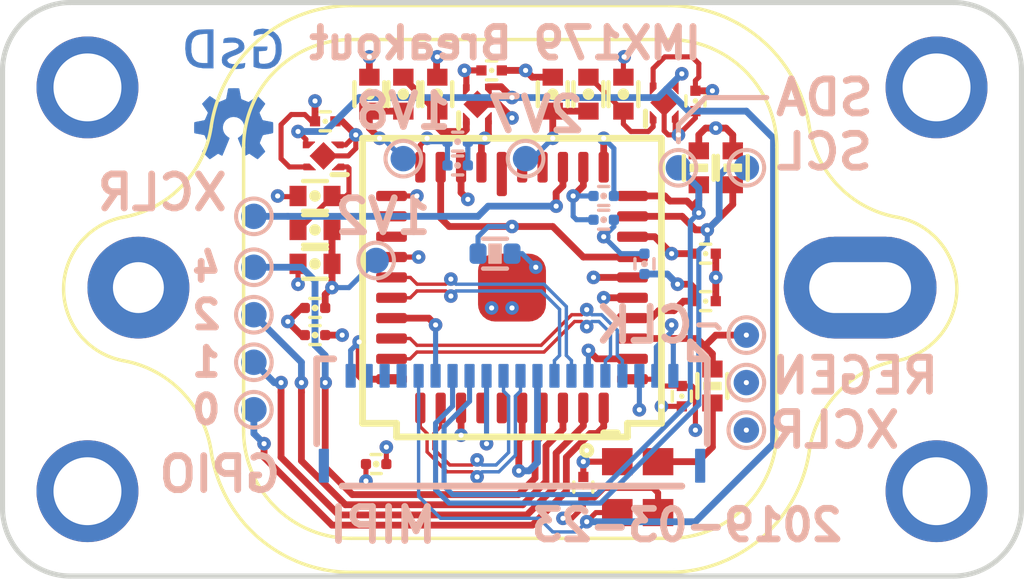
<source format=kicad_pcb>
(kicad_pcb (version 20171130) (host pcbnew 5.1.0-060a0da~80~ubuntu18.04.1)
  (layers (0 F.Cu signal) (1 In1.Cu signal) (2 In2.Cu signal) (31 B.Cu signal) (34 B.Paste user) (35 F.Paste user) (36 B.SilkS user) (37 F.SilkS user) (38 B.Mask user) (39 F.Mask user) (44 Edge.Cuts user))
  (net 0 "")
  (net 1 +1V8)
  (net 2 GND)
  (net 3 +1V2)
  (net 4 +2V7)
  (net 5 /AGND)
  (net 6 /CAM_SDA)
  (net 7 /CAM_SCL)
  (net 8 "Net-(C1-Pad1)")
  (net 9 "Net-(C3-Pad1)")
  (net 10 "Net-(C9-Pad1)")
  (net 11 "Net-(R3-Pad1)")
  (net 12 /ENABLE)
  (net 13 +3V3)
  (net 14 /GPIO2)
  (net 15 /FPGA_IO_1)
  (net 16 /FPGA_IO_2)
  (net 17 /FPGA_IO_3)
  (net 18 /CLK_P)
  (net 19 /DATA0_P)
  (net 20 /DATA0_N)
  (net 21 /DATA1_P)
  (net 22 /DATA1_N)
  (net 23 /CLK_N)
  (net 24 "Net-(U3-Pad1)")
  (net 25 "Net-(U3-Pad40)")
  (net 26 "Net-(U3-Pad39)")
  (net 27 "Net-(U3-Pad8)")
  (net 28 "Net-(U3-Pad7)")
  (net 29 "Net-(U3-Pad20)")
  (net 30 "Net-(U3-Pad19)")
  (net 31 /XSD)
  (net 32 /GPIO0)
  (net 33 /REGEN)
  (net 34 /XCLR)
  (net 35 /GPIO1)
  (net 36 /GPIO3)
  (net 37 /CLK_IN)
  (module TestPoint:TestPoint_Pad_D1.0mm (layer B.Cu) (at 153.2 99.58)
    (fp_text reference REF** hide)
    (fp_text value tp1 hide)
    (pad 1 smd circle (at 0 0) (size 0.75 0.75) (layers B.Cu B.Mask) (net 34 /XCLR))
  )
  (module TestPoint:TestPoint_Pad_D1.0mm (layer B.Cu) (at 153.2 98.18)
    (fp_text reference REF** hide)
    (fp_text value tp1 hide)
    (pad 1 smd circle (at 0 0) (size 0.75 0.75) (layers B.Cu B.Mask) (net 33 /REGEN))
  )
  (module TestPoint:TestPoint_Pad_D1.0mm (layer B.Cu) (at 138.7 98.98)
    (fp_text reference REF** hide)
    (fp_text value tp1 hide)
    (pad 1 smd circle (at 0 0) (size 0.75 0.75) (layers B.Cu B.Mask) (net 32 /GPIO0))
  )
  (module TestPoint:TestPoint_Pad_D1.0mm (layer B.Cu) (at 138.7 97.58)
    (fp_text reference REF** hide)
    (fp_text value tp1 hide)
    (pad 1 smd circle (at 0 0) (size 0.75 0.75) (layers B.Cu B.Mask) (net 35 /GPIO1))
  )
  (module TestPoint:TestPoint_Pad_D1.0mm (layer B.Cu) (at 138.7 96.18)
    (fp_text reference REF** hide)
    (fp_text value tp1 hide)
    (pad 1 smd circle (at 0 0) (size 0.75 0.75) (layers B.Cu B.Mask) (net 14 /GPIO2))
  )
  (module TestPoint:TestPoint_Pad_D1.0mm (layer B.Cu) (at 138.7 94.78)
    (fp_text reference REF** hide)
    (fp_text value tp1 hide)
    (pad 1 smd circle (at 0 0) (size 0.75 0.75) (layers B.Cu B.Mask) (net 36 /GPIO3))
  )
  (module TestPoint:TestPoint_Pad_D1.0mm (layer B.Cu) (at 138.7 93.28)
    (fp_text reference REF** hide)
    (fp_text value tp1 hide)
    (pad 1 smd circle (at 0 0) (size 0.75 0.75) (layers B.Cu B.Mask) (net 31 /XSD))
  )
  (module gkl_logos:oshw_small (layer B.Cu) (at 138.1 90.58 180)
    (fp_text reference G*** hide)
    (fp_text value LOGO hide)
    (fp_poly (pts (xy 0.034434 1.070644) (xy 0.067967 1.070441) (xy 0.094854 1.070081) (xy 0.115679 1.069545) (xy 0.131028 1.068815) (xy 0.141484 1.067873) (xy 0.147631 1.0667) (xy 0.14957 1.065823) (xy 0.151728 1.062359) (xy 0.154421 1.054534) (xy 0.157762 1.041831) (xy 0.161865 1.023736) (xy 0.166844 0.999734) (xy 0.172812 0.969309) (xy 0.179883 0.931946) (xy 0.18387 0.910492) (xy 0.191899 0.867626) (xy 0.198777 0.832133) (xy 0.204579 0.803667) (xy 0.20938 0.781882) (xy 0.213256 0.766433) (xy 0.216284 0.756974) (xy 0.218192 0.753437) (xy 0.223255 0.750437) (xy 0.23444 0.745046) (xy 0.250596 0.737743) (xy 0.270577 0.729006) (xy 0.293232 0.719311) (xy 0.317413 0.709137) (xy 0.34197 0.698962) (xy 0.365756 0.689262) (xy 0.387621 0.680517) (xy 0.406415 0.673202) (xy 0.420991 0.667796) (xy 0.430199 0.664778) (xy 0.432574 0.664308) (xy 0.436931 0.666453) (xy 0.446994 0.672572) (xy 0.46204 0.682192) (xy 0.48135 0.69484) (xy 0.504202 0.710041) (xy 0.529876 0.727323) (xy 0.557649 0.746211) (xy 0.566444 0.752231) (xy 0.594625 0.771491) (xy 0.620833 0.789294) (xy 0.644361 0.805167) (xy 0.664502 0.81864) (xy 0.68055 0.82924) (xy 0.691799 0.836496) (xy 0.697543 0.839936) (xy 0.698099 0.840154) (xy 0.702045 0.837466) (xy 0.710615 0.829883) (xy 0.723103 0.818125) (xy 0.738801 0.802913) (xy 0.757001 0.784968) (xy 0.776995 0.765011) (xy 0.798076 0.743762) (xy 0.819537 0.721943) (xy 0.840668 0.700273) (xy 0.860764 0.679473) (xy 0.879116 0.660265) (xy 0.895016 0.643369) (xy 0.907757 0.629505) (xy 0.916632 0.619395) (xy 0.920932 0.613759) (xy 0.921212 0.612916) (xy 0.918584 0.608605) (xy 0.912018 0.598596) (xy 0.902013 0.583627) (xy 0.889064 0.564435) (xy 0.873671 0.541758) (xy 0.856331 0.516332) (xy 0.837541 0.488894) (xy 0.834677 0.484721) (xy 0.815763 0.456987) (xy 0.798327 0.431061) (xy 0.782855 0.407691) (xy 0.769833 0.387628) (xy 0.759747 0.371622) (xy 0.753081 0.360422) (xy 0.750324 0.35478) (xy 0.750277 0.354467) (xy 0.751805 0.348645) (xy 0.756066 0.336833) (xy 0.762575 0.320162) (xy 0.770846 0.299763) (xy 0.780396 0.276769) (xy 0.790739 0.25231) (xy 0.801391 0.22752) (xy 0.811866 0.203529) (xy 0.821679 0.181469) (xy 0.830347 0.162471) (xy 0.837383 0.147669) (xy 0.842304 0.138192) (xy 0.844118 0.135445) (xy 0.847693 0.13317) (xy 0.854829 0.13053) (xy 0.866139 0.127386) (xy 0.882232 0.123601) (xy 0.903722 0.119039) (xy 0.931219 0.113561) (xy 0.965334 0.10703) (xy 0.996918 0.10112) (xy 1.037379 0.09352) (xy 1.070645 0.087079) (xy 1.097233 0.081681) (xy 1.117657 0.077211) (xy 1.132435 0.073556) (xy 1.142081 0.070599) (xy 1.147113 0.068226) (xy 1.147885 0.067505) (xy 1.149215 0.0638) (xy 1.150302 0.05616) (xy 1.151165 0.044) (xy 1.151823 0.026735) (xy 1.152293 0.003782) (xy 1.152594 -0.025445) (xy 1.152744 -0.061528) (xy 1.152769 -0.088391) (xy 1.152737 -0.127046) (xy 1.152622 -0.158623) (xy 1.152394 -0.183862) (xy 1.152024 -0.2035) (xy 1.151483 -0.218275) (xy 1.150742 -0.228927) (xy 1.149772 -0.236191) (xy 1.148544 -0.240808) (xy 1.147028 -0.243515) (xy 1.146629 -0.243952) (xy 1.140833 -0.248843) (xy 1.138213 -0.250093) (xy 1.133978 -0.250781) (xy 1.122934 -0.25274) (xy 1.105954 -0.25581) (xy 1.08391 -0.259832) (xy 1.057677 -0.264646) (xy 1.028128 -0.270094) (xy 0.996838 -0.275885) (xy 0.955612 -0.283642) (xy 0.921763 -0.290266) (xy 0.894946 -0.295832) (xy 0.874815 -0.300417) (xy 0.861026 -0.304097) (xy 0.853234 -0.30695) (xy 0.851445 -0.308124) (xy 0.848436 -0.313325) (xy 0.843095 -0.324719) (xy 0.835867 -0.341193) (xy 0.827199 -0.361634) (xy 0.817539 -0.38493) (xy 0.807332 -0.409969) (xy 0.797024 -0.435639) (xy 0.787064 -0.460827) (xy 0.777896 -0.48442) (xy 0.769968 -0.505307) (xy 0.763726 -0.522375) (xy 0.759617 -0.534513) (xy 0.758086 -0.540606) (xy 0.758085 -0.540687) (xy 0.760235 -0.545487) (xy 0.76635 -0.555935) (xy 0.775934 -0.571262) (xy 0.78849 -0.590698) (xy 0.803521 -0.613476) (xy 0.82053 -0.638825) (xy 0.838801 -0.665655) (xy 0.857314 -0.69275) (xy 0.874414 -0.717967) (xy 0.889593 -0.740547) (xy 0.902348 -0.759729) (xy 0.912171 -0.774754) (xy 0.918559 -0.784861) (xy 0.921002 -0.789276) (xy 0.918645 -0.793571) (xy 0.910956 -0.802932) (xy 0.898247 -0.817025) (xy 0.880834 -0.835513) (xy 0.859031 -0.858062) (xy 0.833152 -0.884336) (xy 0.813356 -0.904189) (xy 0.785293 -0.932138) (xy 0.762177 -0.954975) (xy 0.743486 -0.973171) (xy 0.728699 -0.987199) (xy 0.717295 -0.997529) (xy 0.708752 -1.004633) (xy 0.702549 -1.008984) (xy 0.698165 -1.011053) (xy 0.695078 -1.011313) (xy 0.695008 -1.011299) (xy 0.689679 -1.008695) (xy 0.678758 -1.002154) (xy 0.663066 -0.99221) (xy 0.643424 -0.979394) (xy 0.62065 -0.964241) (xy 0.595565 -0.947284) (xy 0.576538 -0.93426) (xy 0.550366 -0.916286) (xy 0.526022 -0.899625) (xy 0.504309 -0.884826) (xy 0.486032 -0.872434) (xy 0.471995 -0.862994) (xy 0.463004 -0.857053) (xy 0.460102 -0.855246) (xy 0.457078 -0.854255) (xy 0.452913 -0.85445) (xy 0.446778 -0.856201) (xy 0.437842 -0.859876) (xy 0.425276 -0.865845) (xy 0.40825 -0.874477) (xy 0.385936 -0.886143) (xy 0.360636 -0.899546) (xy 0.347626 -0.906182) (xy 0.339529 -0.909288) (xy 0.33452 -0.909294) (xy 0.330772 -0.90663) (xy 0.330728 -0.906585) (xy 0.328208 -0.901935) (xy 0.32306 -0.890769) (xy 0.315582 -0.873809) (xy 0.306072 -0.851778) (xy 0.294829 -0.825397) (xy 0.282152 -0.795391) (xy 0.268338 -0.762481) (xy 0.253687 -0.727389) (xy 0.238496 -0.690838) (xy 0.223064 -0.653551) (xy 0.20769 -0.616249) (xy 0.192671 -0.579657) (xy 0.178307 -0.544495) (xy 0.164895 -0.511487) (xy 0.152734 -0.481354) (xy 0.142123 -0.45482) (xy 0.133359 -0.432607) (xy 0.126742 -0.415438) (xy 0.122569 -0.404034) (xy 0.121139 -0.399138) (xy 0.124539 -0.392081) (xy 0.134948 -0.383227) (xy 0.143608 -0.377584) (xy 0.188619 -0.346069) (xy 0.227109 -0.310716) (xy 0.258915 -0.271782) (xy 0.283869 -0.229527) (xy 0.301808 -0.184209) (xy 0.312567 -0.136086) (xy 0.315359 -0.108587) (xy 0.314642 -0.058353) (xy 0.306583 -0.010097) (xy 0.291531 0.035584) (xy 0.269836 0.078095) (xy 0.241847 0.11684) (xy 0.207914 0.151221) (xy 0.168387 0.180642) (xy 0.134816 0.19932) (xy 0.09804 0.215073) (xy 0.063083 0.225281) (xy 0.027012 0.2306) (xy -0.009769 0.23174) (xy -0.059615 0.227366) (xy -0.107125 0.215762) (xy -0.151692 0.19732) (xy -0.19271 0.172431) (xy -0.229573 0.141486) (xy -0.261673 0.104878) (xy -0.288405 0.062998) (xy -0.296711 0.046464) (xy -0.308777 0.018535) (xy -0.317161 -0.006857) (xy -0.322405 -0.032291) (xy -0.325047 -0.060349) (xy -0.325639 -0.091831) (xy -0.325267 -0.115171) (xy -0.324232 -0.133197) (xy -0.322223 -0.148402) (xy -0.31893 -0.163281) (xy -0.315036 -0.177048) (xy -0.299291 -0.220105) (xy -0.278927 -0.258768) (xy -0.253213 -0.293987) (xy -0.221415 -0.326713) (xy -0.182801 -0.357897) (xy -0.167177 -0.368869) (xy -0.15294 -0.378857) (xy -0.141274 -0.387637) (xy -0.133636 -0.394076) (xy -0.131448 -0.396632) (xy -0.132459 -0.401252) (xy -0.136161 -0.4122) (xy -0.142219 -0.428599) (xy -0.150296 -0.449572) (xy -0.160055 -0.474241) (xy -0.171161 -0.50173) (xy -0.179518 -0.522086) (xy -0.193998 -0.557143) (xy -0.210561 -0.597269) (xy -0.228319 -0.640305) (xy -0.246379 -0.684094) (xy -0.263853 -0.726476) (xy -0.279849 -0.765293) (xy -0.283708 -0.774661) (xy -0.30004 -0.813926) (xy -0.313973 -0.846607) (xy -0.325441 -0.872561) (xy -0.334378 -0.89164) (xy -0.340718 -0.903701) (xy -0.344396 -0.908596) (xy -0.344568 -0.908672) (xy -0.350459 -0.907652) (xy -0.362082 -0.903112) (xy -0.378438 -0.895496) (xy -0.398524 -0.885252) (xy -0.405826 -0.881357) (xy -0.424649 -0.871324) (xy -0.441113 -0.862757) (xy -0.453973 -0.856287) (xy -0.46198 -0.852547) (xy -0.463947 -0.851877) (xy -0.467846 -0.854015) (xy -0.477435 -0.860098) (xy -0.491969 -0.869632) (xy -0.510708 -0.882121) (xy -0.532909 -0.897072) (xy -0.557828 -0.913989) (xy -0.584152 -0.931985) (xy -0.611219 -0.950401) (xy -0.636511 -0.967326) (xy -0.659249 -0.982258) (xy -0.678656 -0.994701) (xy -0.693953 -1.004152) (xy -0.704362 -1.010115) (xy -0.709029 -1.012093) (xy -0.714317 -1.009227) (xy -0.724895 -1.00064) (xy -0.740744 -0.986349) (xy -0.761845 -0.96637) (xy -0.788182 -0.940721) (xy -0.819737 -0.909417) (xy -0.823573 -0.905582) (xy -0.854778 -0.874147) (xy -0.880703 -0.847573) (xy -0.901264 -0.825951) (xy -0.916376 -0.809369) (xy -0.925955 -0.797919) (xy -0.929919 -0.79169) (xy -0.930031 -0.791085) (xy -0.92788 -0.786115) (xy -0.921763 -0.775509) (xy -0.912177 -0.760045) (xy -0.899622 -0.740501) (xy -0.884598 -0.717654) (xy -0.867603 -0.692282) (xy -0.849923 -0.666309) (xy -0.829505 -0.636295) (xy -0.811454 -0.609266) (xy -0.796155 -0.585826) (xy -0.783993 -0.566582) (xy -0.775352 -0.552136) (xy -0.770619 -0.543095) (xy -0.769815 -0.540513) (xy -0.771264 -0.534264) (xy -0.77531 -0.521968) (xy -0.781505 -0.504746) (xy -0.789401 -0.483717) (xy -0.79855 -0.460001) (xy -0.808503 -0.434718) (xy -0.818812 -0.408988) (xy -0.829028 -0.38393) (xy -0.838704 -0.360665) (xy -0.847389 -0.340312) (xy -0.854637 -0.323991) (xy -0.859999 -0.312821) (xy -0.862902 -0.308036) (xy -0.867671 -0.305602) (xy -0.87803 -0.302427) (xy -0.894356 -0.298426) (xy -0.917028 -0.293518) (xy -0.946424 -0.287618) (xy -0.982922 -0.280644) (xy -1.010138 -0.275586) (xy -1.047747 -0.268606) (xy -1.078379 -0.262788) (xy -1.102761 -0.257964) (xy -1.121618 -0.253968) (xy -1.135675 -0.250632) (xy -1.145658 -0.24779) (xy -1.152293 -0.245274) (xy -1.156305 -0.242918) (xy -1.157654 -0.241632) (xy -1.15942 -0.239026) (xy -1.160856 -0.235261) (xy -1.161994 -0.229569) (xy -1.162869 -0.221179) (xy -1.163515 -0.209321) (xy -1.163965 -0.193226) (xy -1.164254 -0.172124) (xy -1.164415 -0.145246) (xy -1.164483 -0.111821) (xy -1.164492 -0.086283) (xy -1.164428 -0.045824) (xy -1.164221 -0.01259) (xy -1.163855 0.014004) (xy -1.163309 0.034547) (xy -1.162566 0.049626) (xy -1.161607 0.05983) (xy -1.160413 0.065746) (xy -1.159607 0.06744) (xy -1.155945 0.069673) (xy -1.147653 0.072467) (xy -1.134227 0.075935) (xy -1.115162 0.080188) (xy -1.089954 0.085337) (xy -1.058098 0.091496) (xy -1.019091 0.098774) (xy -1.014046 0.099703) (xy -0.981474 0.105744) (xy -0.950996 0.111504) (xy -0.92355 0.116796) (xy -0.900074 0.121436) (xy -0.881505 0.125239) (xy -0.86878 0.128019) (xy -0.862911 0.129562) (xy -0.859518 0.13152) (xy -0.855885 0.135299) (xy -0.851618 0.141672) (xy -0.846325 0.151412) (xy -0.839613 0.165293) (xy -0.831087 0.184087) (xy -0.820354 0.208567) (xy -0.807226 0.239032) (xy -0.795686 0.266257) (xy -0.785233 0.291524) (xy -0.776256 0.313841) (xy -0.769147 0.332215) (xy -0.764295 0.345655) (xy -0.762091 0.353168) (xy -0.762 0.353986) (xy -0.764265 0.359917) (xy -0.770911 0.371817) (xy -0.781717 0.389337) (xy -0.796461 0.412131) (xy -0.814922 0.43985) (xy -0.836876 0.472148) (xy -0.844752 0.483608) (xy -0.863574 0.511131) (xy -0.880974 0.536957) (xy -0.896447 0.560306) (xy -0.909488 0.580402) (xy -0.919593 0.596466) (xy -0.926256 0.607719) (xy -0.928974 0.613383) (xy -0.928997 0.613507) (xy -0.928723 0.616663) (xy -0.926741 0.620996) (xy -0.922573 0.627032) (xy -0.915741 0.635298) (xy -0.905766 0.646322) (xy -0.892169 0.66063) (xy -0.874471 0.678749) (xy -0.852194 0.701206) (xy -0.824859 0.728528) (xy -0.821132 0.732243) (xy -0.789304 0.763769) (xy -0.762732 0.789677) (xy -0.74133 0.810047) (xy -0.725007 0.824962) (xy -0.713675 0.834505) (xy -0.707246 0.838758) (xy -0.705927 0.838966) (xy -0.701497 0.836315) (xy -0.69137 0.829716) (xy -0.676277 0.819663) (xy -0.656953 0.806651) (xy -0.634129 0.791172) (xy -0.608539 0.773722) (xy -0.580914 0.754793) (xy -0.574689 0.750515) (xy -0.546742 0.731402) (xy -0.520662 0.713761) (xy -0.497181 0.69807) (xy -0.477028 0.68481) (xy -0.460937 0.674462) (xy -0.449637 0.667505) (xy -0.44386 0.664419) (xy -0.443397 0.664307) (xy -0.438246 0.665738) (xy -0.426954 0.669755) (xy -0.410596 0.675946) (xy -0.390249 0.683898) (xy -0.366989 0.6932) (xy -0.350632 0.69985) (xy -0.317571 0.713385) (xy -0.291012 0.724298) (xy -0.270221 0.732923) (xy -0.254468 0.739595) (xy -0.24302 0.744651) (xy -0.235143 0.748424) (xy -0.230107 0.751249) (xy -0.227177 0.753463) (xy -0.225623 0.7554) (xy -0.224711 0.757395) (xy -0.224679 0.757476) (xy -0.223541 0.762317) (xy -0.221174 0.773804) (xy -0.217774 0.790899) (xy -0.213539 0.812567) (xy -0.208664 0.837768) (xy -0.203347 0.865466) (xy -0.197785 0.894622) (xy -0.192175 0.9242) (xy -0.186713 0.953161) (xy -0.181597 0.980468) (xy -0.177024 1.005084) (xy -0.17319 1.025971) (xy -0.170292 1.042092) (xy -0.168528 1.052408) (xy -0.168065 1.055775) (xy -0.165582 1.060348) (xy -0.16189 1.064567) (xy -0.159523 1.066154) (xy -0.155419 1.067447) (xy -0.14884 1.068475) (xy -0.139047 1.069267) (xy -0.125302 1.069852) (xy -0.106868 1.070259) (xy -0.083005 1.070518) (xy -0.052976 1.070657) (xy -0.016043 1.070706) (xy -0.006329 1.070708) (xy 0.034434 1.070644)) (layer B.Cu) (width 0.01))
  )
  (module gkl_logos:gsd_logo_small (layer B.Cu) (at 138.1 88.43 180)
    (fp_text reference G*** hide)
    (fp_text value LOGO hide)
    (fp_poly (pts (xy -0.729586 0.662399) (xy -0.677333 0.647505) (xy -0.626418 0.62313) (xy -0.603622 0.588205) (xy -0.59668 0.543282) (xy -0.593267 0.492195) (xy -0.600915 0.471095) (xy -0.629252 0.474961) (xy -0.684652 0.497417) (xy -0.793084 0.52487) (xy -0.911313 0.52619) (xy -1.021487 0.502134) (xy -1.067329 0.481194) (xy -1.152001 0.414193) (xy -1.209167 0.323118) (xy -1.240724 0.203739) (xy -1.248833 0.077437) (xy -1.235812 -0.076285) (xy -1.196686 -0.196724) (xy -1.131367 -0.283993) (xy -1.039764 -0.338206) (xy -0.921786 -0.359477) (xy -0.902158 -0.359833) (xy -0.827591 -0.358133) (xy -0.78048 -0.347764) (xy -0.754524 -0.320825) (xy -0.743421 -0.269416) (xy -0.740872 -0.185636) (xy -0.740833 -0.157542) (xy -0.740833 0.019054) (xy -0.862541 0.025402) (xy -0.931356 0.030401) (xy -0.968596 0.039801) (xy -0.985008 0.059004) (xy -0.990947 0.089958) (xy -0.997645 0.148167) (xy -0.592666 0.148167) (xy -0.592666 -0.440359) (xy -0.661458 -0.46483) (xy -0.746414 -0.485276) (xy -0.850823 -0.496713) (xy -0.957542 -0.498477) (xy -1.049423 -0.489902) (xy -1.085247 -0.481267) (xy -1.208581 -0.422253) (xy -1.302342 -0.335079) (xy -1.367447 -0.218338) (xy -1.404808 -0.070623) (xy -1.413852 0.024121) (xy -1.40885 0.20249) (xy -1.373738 0.351868) (xy -1.307754 0.47377) (xy -1.210142 0.569709) (xy -1.111404 0.627564) (xy -0.992941 0.664104) (xy -0.859141 0.676016) (xy -0.729586 0.662399)) (layer B.Cu) (width 0.01))
    (fp_poly (pts (xy 0.162577 0.408638) (xy 0.231651 0.397665) (xy 0.269226 0.38476) (xy 0.285863 0.363181) (xy 0.292122 0.326181) (xy 0.292151 0.325883) (xy 0.298552 0.260216) (xy 0.140244 0.270375) (xy 0.023554 0.274289) (xy -0.058453 0.267638) (xy -0.112413 0.249068) (xy -0.144962 0.217221) (xy -0.1483 0.211417) (xy -0.159408 0.158528) (xy -0.131713 0.111118) (xy -0.063856 0.06759) (xy -0.005378 0.043426) (xy 0.120986 -0.004376) (xy 0.212326 -0.044812) (xy 0.274186 -0.082617) (xy 0.312111 -0.122522) (xy 0.331646 -0.16926) (xy 0.338334 -0.227561) (xy 0.338667 -0.250217) (xy 0.332061 -0.319458) (xy 0.306108 -0.369754) (xy 0.275785 -0.401589) (xy 0.193201 -0.454029) (xy 0.081845 -0.489442) (xy -0.047579 -0.506087) (xy -0.184364 -0.50222) (xy -0.264583 -0.489528) (xy -0.310364 -0.472303) (xy -0.330277 -0.436937) (xy -0.334784 -0.40645) (xy -0.341485 -0.336834) (xy -0.228951 -0.353625) (xy -0.077646 -0.369325) (xy 0.038464 -0.366191) (xy 0.11832 -0.344321) (xy 0.151534 -0.318598) (xy 0.179753 -0.277874) (xy 0.1905 -0.251655) (xy 0.170586 -0.212403) (xy 0.114686 -0.169922) (xy 0.028559 -0.127998) (xy -0.031142 -0.106035) (xy -0.115912 -0.072019) (xy -0.195079 -0.030549) (xy -0.245396 0.004577) (xy -0.292577 0.05312) (xy -0.313312 0.100997) (xy -0.3175 0.159315) (xy -0.298442 0.24985) (xy -0.244324 0.323152) (xy -0.159727 0.376842) (xy -0.04923 0.40854) (xy 0.082583 0.415868) (xy 0.162577 0.408638)) (layer B.Cu) (width 0.01))
    (fp_poly (pts (xy 0.809625 0.656049) (xy 0.948894 0.652824) (xy 1.055352 0.641742) (xy 1.138164 0.620435) (xy 1.206496 0.586535) (xy 1.269512 0.537672) (xy 1.270237 0.537018) (xy 1.340037 0.45732) (xy 1.386054 0.362298) (xy 1.410458 0.244688) (xy 1.415419 0.097228) (xy 1.413931 0.056017) (xy 1.39408 -0.106816) (xy 1.349894 -0.237949) (xy 1.279148 -0.339287) (xy 1.179619 -0.412731) (xy 1.049083 -0.460187) (xy 0.885316 -0.483556) (xy 0.779803 -0.486833) (xy 0.592667 -0.486833) (xy 0.592667 -0.338667) (xy 0.762 -0.338667) (xy 0.884039 -0.338667) (xy 0.998972 -0.327347) (xy 1.079303 -0.299395) (xy 1.160578 -0.233792) (xy 1.215228 -0.137724) (xy 1.243868 -0.009786) (xy 1.248834 0.087568) (xy 1.23982 0.236059) (xy 1.21085 0.349515) (xy 1.159033 0.431642) (xy 1.081476 0.486148) (xy 0.975288 0.516738) (xy 0.908005 0.524408) (xy 0.762 0.534855) (xy 0.762 -0.338667) (xy 0.592667 -0.338667) (xy 0.592667 0.656167) (xy 0.809625 0.656049)) (layer B.Cu) (width 0.01))
  )
  (module TestPoint:TestPoint_Pad_D1.0mm (layer B.Cu) (at 153.2 96.78)
    (fp_text reference REF** hide)
    (fp_text value tp1 hide)
    (pad 1 smd circle (at 0 0) (size 0.75 0.75) (layers B.Cu B.Mask) (net 37 /CLK_IN))
  )
  (module gkl_image:PLCC-40_sony (layer F.Cu) (at 146.3 95.38)
    (fp_text reference U3 hide)
    (fp_text value imx179-plcc40 hide)
    (pad 5 smd roundrect (at -2.7 -3.5475) (size 0.3 0.905) (layers F.Cu F.Paste F.Mask) (net 3 +1V2))
    (pad 4 smd roundrect (at -2.1 -3.5475) (size 0.3 0.905) (layers F.Cu F.Paste F.Mask) (net 5 /AGND))
    (pad 3 smd roundrect (at -1.5 -3.5475) (size 0.3 0.905) (layers F.Cu F.Paste F.Mask) (net 4 +2V7))
    (pad 2 smd roundrect (at -0.9 -3.5475) (size 0.3 0.905) (layers F.Cu F.Paste F.Mask) (net 2 GND))
    (pad 1 smd roundrect (at -0.3 -3.3475) (size 0.3 1.305) (layers F.Cu F.Paste F.Mask) (net 24 "Net-(U3-Pad1)"))
    (pad 40 smd roundrect (at 0.3 -3.5475) (size 0.3 0.905) (layers F.Cu F.Paste F.Mask) (net 25 "Net-(U3-Pad40)"))
    (pad 39 smd roundrect (at 0.9 -3.5475) (size 0.3 0.905) (layers F.Cu F.Paste F.Mask) (net 26 "Net-(U3-Pad39)"))
    (pad 38 smd roundrect (at 1.5 -3.5475) (size 0.3 0.905) (layers F.Cu F.Paste F.Mask) (net 31 /XSD))
    (pad 37 smd roundrect (at 2.1 -3.5475) (size 0.3 0.905) (layers F.Cu F.Paste F.Mask) (net 3 +1V2))
    (pad 36 smd roundrect (at 2.7 -3.5475) (size 0.3 0.905) (layers F.Cu F.Paste F.Mask) (net 2 GND))
    (pad 15 smd roundrect (at -3.5475 2.7 90) (size 0.3 0.905) (layers F.Cu F.Paste F.Mask) (net 2 GND))
    (pad 25 smd roundrect (at 2.7 3.5475 180) (size 0.3 0.905) (layers F.Cu F.Paste F.Mask) (net 32 /GPIO0))
    (pad 35 smd roundrect (at 3.5475 -2.7 270) (size 0.3 0.905) (layers F.Cu F.Paste F.Mask) (net 6 /CAM_SDA))
    (pad 11 smd roundrect (at -3.5475 0.3 90) (size 0.3 0.905) (layers F.Cu F.Paste F.Mask) (net 20 /DATA0_N))
    (pad 21 smd roundrect (at 0.3 3.5475 180) (size 0.3 0.905) (layers F.Cu F.Paste F.Mask) (net 2 GND))
    (pad 31 smd roundrect (at 3.5475 -0.3 270) (size 0.3 0.905) (layers F.Cu F.Paste F.Mask) (net 33 /REGEN))
    (pad 13 smd roundrect (at -3.5475 1.5 90) (size 0.3 0.905) (layers F.Cu F.Paste F.Mask) (net 18 /CLK_P))
    (pad 23 smd roundrect (at 1.5 3.5475 180) (size 0.3 0.905) (layers F.Cu F.Paste F.Mask) (net 14 /GPIO2))
    (pad 33 smd roundrect (at 3.5475 -1.5 270) (size 0.3 0.905) (layers F.Cu F.Paste F.Mask) (net 4 +2V7))
    (pad 8 smd roundrect (at -3.5475 -1.5 90) (size 0.3 0.905) (layers F.Cu F.Paste F.Mask) (net 27 "Net-(U3-Pad8)"))
    (pad 18 smd roundrect (at -1.5 3.5475 180) (size 0.3 0.905) (layers F.Cu F.Paste F.Mask) (net 2 GND))
    (pad 28 smd roundrect (at 3.5475 1.5 270) (size 0.3 0.905) (layers F.Cu F.Paste F.Mask) (net 37 /CLK_IN))
    (pad 7 smd roundrect (at -3.5475 -2.1 90) (size 0.3 0.905) (layers F.Cu F.Paste F.Mask) (net 28 "Net-(U3-Pad7)"))
    (pad 17 smd roundrect (at -2.1 3.5475 180) (size 0.3 0.905) (layers F.Cu F.Paste F.Mask) (net 22 /DATA1_N))
    (pad 27 smd roundrect (at 3.5475 2.1 270) (size 0.3 0.905) (layers F.Cu F.Paste F.Mask) (net 2 GND))
    (pad 10 smd roundrect (at -3.5475 -0.3 90) (size 0.3 0.905) (layers F.Cu F.Paste F.Mask) (net 19 /DATA0_P))
    (pad 20 smd roundrect (at -0.3 3.5475 180) (size 0.3 0.905) (layers F.Cu F.Paste F.Mask) (net 29 "Net-(U3-Pad20)"))
    (pad 30 smd roundrect (at 3.5475 0.3 270) (size 0.3 0.905) (layers F.Cu F.Paste F.Mask) (net 34 /XCLR))
    (pad 14 smd roundrect (at -3.5475 2.1 90) (size 0.3 0.905) (layers F.Cu F.Paste F.Mask) (net 23 /CLK_N))
    (pad 24 smd roundrect (at 2.1 3.5475 180) (size 0.3 0.905) (layers F.Cu F.Paste F.Mask) (net 35 /GPIO1))
    (pad 34 smd roundrect (at 3.5475 -2.1 270) (size 0.3 0.905) (layers F.Cu F.Paste F.Mask) (net 7 /CAM_SCL))
    (pad 9 smd roundrect (at -3.5475 -0.9 90) (size 0.3 0.905) (layers F.Cu F.Paste F.Mask) (net 2 GND))
    (pad 19 smd roundrect (at -0.9 3.5475 180) (size 0.3 0.905) (layers F.Cu F.Paste F.Mask) (net 30 "Net-(U3-Pad19)"))
    (pad 29 smd roundrect (at 3.5475 0.9 270) (size 0.3 0.905) (layers F.Cu F.Paste F.Mask) (net 1 +1V8))
    (pad 6 smd roundrect (at -3.5475 -2.7 90) (size 0.3 0.905) (layers F.Cu F.Paste F.Mask) (net 2 GND))
    (pad 16 smd roundrect (at -2.7 3.5475 180) (size 0.3 0.905) (layers F.Cu F.Paste F.Mask) (net 21 /DATA1_P))
    (pad 26 smd roundrect (at 3.5475 2.7 270) (size 0.3 0.905) (layers F.Cu F.Paste F.Mask) (net 3 +1V2))
    (pad 12 smd roundrect (at -3.5475 0.9 90) (size 0.3 0.905) (layers F.Cu F.Paste F.Mask) (net 2 GND))
    (pad 22 smd roundrect (at 0.9 3.5475 180) (size 0.3 0.905) (layers F.Cu F.Paste F.Mask) (net 36 /GPIO3))
    (pad 32 smd roundrect (at 3.5475 -0.9 270) (size 0.3 0.905) (layers F.Cu F.Paste F.Mask) (net 5 /AGND))
    (pad 41 smd roundrect (at 0 0) (size 2 2) (layers F.Cu F.Paste F.Mask) (net 2 GND))
  )
  (module pkl_dipol:R_0402 (layer B.Cu) (at 145.8 94.38)
    (fp_text reference R4 hide)
    (fp_text value 0R hide)
    (pad 2 smd roundrect (at 0.5 0) (size 0.5 0.6) (layers B.Cu B.Paste B.Mask) (net 2 GND))
    (pad 1 smd roundrect (at -0.5 0) (size 0.5 0.6) (layers B.Cu B.Paste B.Mask) (net 5 /AGND))
  )
  (module pkl_dipol:C_0201 (layer F.Cu) (at 140.5 95.98 180)
    (fp_text reference C25 hide)
    (fp_text value 100nF hide)
    (pad 2 smd roundrect (at 0.3 0 180) (size 0.3 0.3) (layers F.Cu F.Paste F.Mask) (net 2 GND))
    (pad 1 smd roundrect (at -0.3 0 180) (size 0.3 0.3) (layers F.Cu F.Paste F.Mask) (net 3 +1V2))
  )
  (module pkl_dipol:C_0201 (layer B.Cu) (at 144.7 91.78)
    (fp_text reference C24 hide)
    (fp_text value 100nF hide)
    (pad 2 smd roundrect (at 0.3 0) (size 0.3 0.3) (layers B.Cu B.Paste B.Mask) (net 2 GND))
    (pad 1 smd roundrect (at -0.3 0) (size 0.3 0.3) (layers B.Cu B.Paste B.Mask) (net 3 +1V2))
  )
  (module pkl_dipol:C_0201 (layer B.Cu) (at 149 92.68)
    (fp_text reference C23 hide)
    (fp_text value 100nF hide)
    (pad 2 smd roundrect (at 0.3 0) (size 0.3 0.3) (layers B.Cu B.Paste B.Mask) (net 2 GND))
    (pad 1 smd roundrect (at -0.3 0) (size 0.3 0.3) (layers B.Cu B.Paste B.Mask) (net 3 +1V2))
  )
  (module pkl_dipol:C_0201 (layer B.Cu) (at 149 93.38)
    (fp_text reference C22 hide)
    (fp_text value 100nF hide)
    (pad 2 smd roundrect (at 0.3 0) (size 0.3 0.3) (layers B.Cu B.Paste B.Mask) (net 2 GND))
    (pad 1 smd roundrect (at -0.3 0) (size 0.3 0.3) (layers B.Cu B.Paste B.Mask) (net 3 +1V2))
  )
  (module pkl_dipol:C_0201 (layer F.Cu) (at 142.3 100.58)
    (fp_text reference C21 hide)
    (fp_text value 100nF hide)
    (pad 2 smd roundrect (at 0.3 0) (size 0.3 0.3) (layers F.Cu F.Paste F.Mask) (net 2 GND))
    (pad 1 smd roundrect (at -0.3 0) (size 0.3 0.3) (layers F.Cu F.Paste F.Mask) (net 1 +1V8))
  )
  (module pkl_dipol:C_0201 (layer B.Cu) (at 150.2 94.68 90)
    (fp_text reference C20 hide)
    (fp_text value 100nF hide)
    (pad 2 smd roundrect (at 0.3 0 90) (size 0.3 0.3) (layers B.Cu B.Paste B.Mask) (net 2 GND))
    (pad 1 smd roundrect (at -0.3 0 90) (size 0.3 0.3) (layers B.Cu B.Paste B.Mask) (net 1 +1V8))
  )
  (module pkl_dipol:C_0201 (layer F.Cu) (at 140.5 96.78 180)
    (fp_text reference C19 hide)
    (fp_text value 100nF hide)
    (pad 2 smd roundrect (at 0.3 0 180) (size 0.3 0.3) (layers F.Cu F.Paste F.Mask) (net 2 GND))
    (pad 1 smd roundrect (at -0.3 0 180) (size 0.3 0.3) (layers F.Cu F.Paste F.Mask) (net 1 +1V8))
  )
  (module pkl_dipol:C_0201 (layer B.Cu) (at 144.7 91.08)
    (fp_text reference C18 hide)
    (fp_text value 100nF hide)
    (pad 2 smd roundrect (at 0.3 0) (size 0.3 0.3) (layers B.Cu B.Paste B.Mask) (net 2 GND))
    (pad 1 smd roundrect (at -0.3 0) (size 0.3 0.3) (layers B.Cu B.Paste B.Mask) (net 3 +1V2))
  )
  (module TestPoint:TestPoint_Pad_D1.0mm (layer B.Cu) (at 151.2 91.85)
    (fp_text reference REF** hide)
    (fp_text value tp1 hide)
    (pad 1 smd circle (at 0 0) (size 0.75 0.75) (layers B.Cu B.Mask) (net 6 /CAM_SDA))
  )
  (module 5034802000 (layer B.Cu) (at 146.3 97.98 180)
    (fp_text reference J1 hide)
    (fp_text value Conn_01x20 hide)
    (pad 1 smd roundrect (at -4.75 0 180) (size 0.3 0.7) (layers B.Cu B.Paste B.Mask) (roundrect_rratio 0.1) (net 13 +3V3))
    (pad 2 smd roundrect (at -4.25 0 180) (size 0.3 0.7) (layers B.Cu B.Paste B.Mask) (roundrect_rratio 0.1) (net 13 +3V3))
    (pad 3 smd roundrect (at -3.75 0 180) (size 0.3 0.7) (layers B.Cu B.Paste B.Mask) (roundrect_rratio 0.1) (net 2 GND))
    (pad 4 smd roundrect (at -3.25 0 180) (size 0.3 0.7) (layers B.Cu B.Paste B.Mask) (roundrect_rratio 0.1) (net 18 /CLK_P))
    (pad 5 smd roundrect (at -2.75 0 180) (size 0.3 0.7) (layers B.Cu B.Paste B.Mask) (roundrect_rratio 0.1) (net 23 /CLK_N))
    (pad 6 smd roundrect (at -2.25 0 180) (size 0.3 0.7) (layers B.Cu B.Paste B.Mask) (roundrect_rratio 0.1) (net 2 GND))
    (pad 7 smd roundrect (at -1.75 0 180) (size 0.3 0.7) (layers B.Cu B.Paste B.Mask) (roundrect_rratio 0.1) (net 19 /DATA0_P))
    (pad 8 smd roundrect (at -1.25 0 180) (size 0.3 0.7) (layers B.Cu B.Paste B.Mask) (roundrect_rratio 0.1) (net 20 /DATA0_N))
    (pad 9 smd roundrect (at -0.75 0 180) (size 0.3 0.7) (layers B.Cu B.Paste B.Mask) (roundrect_rratio 0.1) (net 2 GND))
    (pad 10 smd roundrect (at -0.25 0 180) (size 0.3 0.7) (layers B.Cu B.Paste B.Mask) (roundrect_rratio 0.1) (net 21 /DATA1_P))
    (pad 11 smd roundrect (at 0.25 0 180) (size 0.3 0.7) (layers B.Cu B.Paste B.Mask) (roundrect_rratio 0.1) (net 22 /DATA1_N))
    (pad 12 smd roundrect (at 0.75 0 180) (size 0.3 0.7) (layers B.Cu B.Paste B.Mask) (roundrect_rratio 0.1) (net 2 GND))
    (pad 13 smd roundrect (at 1.25 0 180) (size 0.3 0.7) (layers B.Cu B.Paste B.Mask) (roundrect_rratio 0.1) (net 6 /CAM_SDA))
    (pad 14 smd roundrect (at 1.75 0 180) (size 0.3 0.7) (layers B.Cu B.Paste B.Mask) (roundrect_rratio 0.1) (net 7 /CAM_SCL))
    (pad 15 smd roundrect (at 2.25 0 180) (size 0.3 0.7) (layers B.Cu B.Paste B.Mask) (roundrect_rratio 0.1) (net 2 GND))
    (pad 16 smd roundrect (at 2.75 0 180) (size 0.3 0.7) (layers B.Cu B.Paste B.Mask) (roundrect_rratio 0.1) (net 12 /ENABLE))
    (pad 17 smd roundrect (at 3.25 0 180) (size 0.3 0.7) (layers B.Cu B.Paste B.Mask) (roundrect_rratio 0.1) (net 15 /FPGA_IO_1))
    (pad 18 smd roundrect (at 3.75 0 180) (size 0.3 0.7) (layers B.Cu B.Paste B.Mask) (roundrect_rratio 0.1) (net 16 /FPGA_IO_2))
    (pad 19 smd roundrect (at 4.25 0 180) (size 0.3 0.7) (layers B.Cu B.Paste B.Mask) (roundrect_rratio 0.1) (net 17 /FPGA_IO_3))
    (pad 20 smd roundrect (at 4.75 0 180) (size 0.3 0.7) (layers B.Cu B.Paste B.Mask) (roundrect_rratio 0.1) (net 2 GND))
    (pad 21 smd roundrect (at -5.54 -2.65 180) (size 0.3 1) (layers B.Cu B.Paste B.Mask) (roundrect_rratio 0.1))
    (pad 21 smd roundrect (at 5.54 -2.65 180) (size 0.3 1) (layers B.Cu B.Paste B.Mask) (roundrect_rratio 0.1))
  )
  (module TestPoint:TestPoint_Loop_D3.80mm_Drill2.0mm (layer F.Cu) (at 133.8 101.38)
    (fp_text reference REF** hide)
    (fp_text value Drill hide)
    (pad "" thru_hole circle (at 0 0) (size 3 3) (drill 2) (layers *.Cu *.Mask))
  )
  (module TestPoint:TestPoint_Loop_D3.80mm_Drill2.0mm (layer F.Cu) (at 158.8 101.38)
    (fp_text reference REF** hide)
    (fp_text value Drill hide)
    (pad "" thru_hole circle (at 0 0) (size 3 3) (drill 2) (layers *.Cu *.Mask))
  )
  (module TestPoint:TestPoint_Loop_D3.80mm_Drill2.0mm (layer F.Cu) (at 158.8 89.48)
    (fp_text reference REF** hide)
    (fp_text value Drill hide)
    (pad "" thru_hole circle (at 0 0) (size 3 3) (drill 2) (layers *.Cu *.Mask))
  )
  (module TestPoint:TestPoint_Loop_D3.80mm_Drill2.0mm (layer F.Cu) (at 133.8 89.48)
    (fp_text reference REF** hide)
    (fp_text value Drill hide)
    (pad "" thru_hole circle (at 0 0) (size 3 3) (drill 2) (layers *.Cu *.Mask))
  )
  (module TestPoint:TestPoint_Loop_D3.80mm_Drill2.0mm (layer F.Cu) (at 158.05 95.38)
    (fp_text reference REF** hide)
    (fp_text value Drill hide)
    (pad "" thru_hole roundrect (at -1.5 0) (size 4.5 3) (drill oval 3 1.5) (layers *.Cu *.Mask) (roundrect_rratio 0.5))
  )
  (module TestPoint:TestPoint_Loop_D3.80mm_Drill2.0mm (layer F.Cu) (at 135.3 95.38)
    (fp_text reference REF** hide)
    (fp_text value Drill hide)
    (pad "" thru_hole circle (at 0 0) (size 3 3) (drill 1.5) (layers *.Cu *.Mask))
  )
  (module TestPoint:TestPoint_Pad_D1.0mm (layer B.Cu) (at 153.2 91.85)
    (fp_text reference REF** hide)
    (fp_text value tp1 hide)
    (pad 1 smd circle (at 0 0) (size 0.75 0.75) (layers B.Cu B.Mask) (net 7 /CAM_SCL))
  )
  (module TestPoint:TestPoint_Pad_D1.0mm (layer B.Cu) (at 146.7 91.58)
    (fp_text reference REF** hide)
    (fp_text value tp1 hide)
    (pad 1 smd circle (at 0 0) (size 0.75 0.75) (layers B.Cu B.Mask) (net 4 +2V7))
  )
  (module TestPoint:TestPoint_Pad_D1.0mm (layer B.Cu) (at 143.1 91.58)
    (fp_text reference REF** hide)
    (fp_text value tp1 hide)
    (pad 1 smd circle (at 0 0) (size 0.75 0.75) (layers B.Cu B.Mask) (net 1 +1V8))
  )
  (module TestPoint:TestPoint_Pad_D1.0mm (layer B.Cu) (at 142.3 94.58)
    (fp_text reference REF** hide)
    (fp_text value tp1 hide)
    (pad 1 smd circle (at 0 0) (size 0.75 0.75) (layers B.Cu B.Mask) (net 3 +1V2))
  )
  (module pkl_dipol:C_0402 (layer F.Cu) (at 144.1 89.68 90)
    (fp_text reference C1 hide)
    (fp_text value 1uF hide)
    (pad 1 smd rect (at -0.5 0 90) (size 0.5 0.6) (layers F.Cu F.Paste F.Mask) (net 8 "Net-(C1-Pad1)"))
    (pad 2 smd rect (at 0.5 0 90) (size 0.5 0.6) (layers F.Cu F.Paste F.Mask) (net 2 GND))
  )
  (module pkl_dipol:C_0402 (layer F.Cu) (at 140.5 92.68 180)
    (fp_text reference C3 hide)
    (fp_text value 1uF hide)
    (pad 1 smd rect (at -0.5 0 180) (size 0.5 0.6) (layers F.Cu F.Paste F.Mask) (net 9 "Net-(C3-Pad1)"))
    (pad 2 smd rect (at 0.5 0 180) (size 0.5 0.6) (layers F.Cu F.Paste F.Mask) (net 2 GND))
  )
  (module pkl_dipol:C_0402 (layer F.Cu) (at 140.5 94.68 180)
    (fp_text reference C5 hide)
    (fp_text value 1uF hide)
    (pad 2 smd rect (at 0.5 0 180) (size 0.5 0.6) (layers F.Cu F.Paste F.Mask) (net 2 GND))
    (pad 1 smd rect (at -0.5 0 180) (size 0.5 0.6) (layers F.Cu F.Paste F.Mask) (net 3 +1V2))
  )
  (module pkl_dipol:C_0201 (layer F.Cu) (at 151.3 98.58 270)
    (fp_text reference C7 hide)
    (fp_text value 100nF hide)
    (pad 2 smd rect (at 0.3 0 270) (size 0.3 0.3) (layers F.Cu F.Paste F.Mask) (net 2 GND))
    (pad 1 smd rect (at -0.3 0 270) (size 0.3 0.3) (layers F.Cu F.Paste F.Mask) (net 3 +1V2))
  )
  (module pkl_dipol:C_0402 (layer F.Cu) (at 149.58 89.68 90)
    (fp_text reference C9 hide)
    (fp_text value 1uF hide)
    (pad 2 smd rect (at 0.5 0 90) (size 0.5 0.6) (layers F.Cu F.Paste F.Mask) (net 2 GND))
    (pad 1 smd rect (at -0.5 0 90) (size 0.5 0.6) (layers F.Cu F.Paste F.Mask) (net 10 "Net-(C9-Pad1)"))
  )
  (module pkl_dipol:C_0402 (layer F.Cu) (at 142.1 89.68 90)
    (fp_text reference C10 hide)
    (fp_text value 1uF hide)
    (pad 2 smd rect (at 0.5 0 90) (size 0.5 0.6) (layers F.Cu F.Paste F.Mask) (net 2 GND))
    (pad 1 smd rect (at -0.5 0 90) (size 0.5 0.6) (layers F.Cu F.Paste F.Mask) (net 1 +1V8))
  )
  (module pkl_dipol:C_0402 (layer F.Cu) (at 147.5 89.68 90)
    (fp_text reference C11 hide)
    (fp_text value 1uF hide)
    (pad 1 smd rect (at -0.5 0 90) (size 0.5 0.6) (layers F.Cu F.Paste F.Mask) (net 4 +2V7))
    (pad 2 smd rect (at 0.5 0 90) (size 0.5 0.6) (layers F.Cu F.Paste F.Mask) (net 2 GND))
  )
  (module pkl_dipol:C_0201 (layer F.Cu) (at 152 95.78)
    (fp_text reference C12 hide)
    (fp_text value 100nF hide)
    (pad 1 smd rect (at -0.3 0) (size 0.3 0.3) (layers F.Cu F.Paste F.Mask) (net 1 +1V8))
    (pad 2 smd rect (at 0.3 0) (size 0.3 0.3) (layers F.Cu F.Paste F.Mask) (net 2 GND))
  )
  (module pkl_dipol:C_0201 (layer F.Cu) (at 148.4 101.26 270)
    (fp_text reference C13 hide)
    (fp_text value 100nF hide)
    (pad 1 smd rect (at -0.3 0 270) (size 0.3 0.3) (layers F.Cu F.Paste F.Mask) (net 1 +1V8))
    (pad 2 smd rect (at 0.3 0 270) (size 0.3 0.3) (layers F.Cu F.Paste F.Mask) (net 2 GND))
  )
  (module pkl_dipol:C_0201 (layer F.Cu) (at 152 94.38)
    (fp_text reference C14 hide)
    (fp_text value 100nF hide)
    (pad 2 smd rect (at 0.3 0) (size 0.3 0.3) (layers F.Cu F.Paste F.Mask) (net 2 GND))
    (pad 1 smd rect (at -0.3 0) (size 0.3 0.3) (layers F.Cu F.Paste F.Mask) (net 4 +2V7))
  )
  (module pkl_dipol:C_0402 (layer F.Cu) (at 140.5 93.68 180)
    (fp_text reference L1 hide)
    (fp_text value 600R hide)
    (pad 1 smd rect (at -0.5 0 180) (size 0.5 0.6) (layers F.Cu F.Paste F.Mask) (net 3 +1V2))
    (pad 2 smd rect (at 0.5 0 180) (size 0.5 0.6) (layers F.Cu F.Paste F.Mask) (net 9 "Net-(C3-Pad1)"))
  )
  (module pkl_dipol:C_0402 (layer F.Cu) (at 143.1 89.68 90)
    (fp_text reference L2 hide)
    (fp_text value 600R hide)
    (pad 1 smd rect (at -0.5 0 90) (size 0.5 0.6) (layers F.Cu F.Paste F.Mask) (net 1 +1V8))
    (pad 2 smd rect (at 0.5 0 90) (size 0.5 0.6) (layers F.Cu F.Paste F.Mask) (net 8 "Net-(C1-Pad1)"))
  )
  (module pkl_dipol:C_0402 (layer F.Cu) (at 148.55 89.68 90)
    (fp_text reference L3 hide)
    (fp_text value 600R hide)
    (pad 2 smd rect (at 0.5 0 90) (size 0.5 0.6) (layers F.Cu F.Paste F.Mask) (net 10 "Net-(C9-Pad1)"))
    (pad 1 smd rect (at -0.5 0 90) (size 0.5 0.6) (layers F.Cu F.Paste F.Mask) (net 4 +2V7))
  )
  (module pkl_dipol:R_0402 (layer F.Cu) (at 152.8 91.85 270)
    (fp_text reference R1 hide)
    (fp_text value 2.2K hide)
    (pad 1 smd rect (at -0.5 0 270) (size 0.5 0.6) (layers F.Cu F.Paste F.Mask) (net 1 +1V8))
    (pad 2 smd rect (at 0.5 0 270) (size 0.5 0.6) (layers F.Cu F.Paste F.Mask) (net 7 /CAM_SCL))
  )
  (module pkl_dipol:R_0402 (layer F.Cu) (at 151.8 91.85 270)
    (fp_text reference R2 hide)
    (fp_text value 2.2K hide)
    (pad 1 smd rect (at -0.5 0 270) (size 0.5 0.6) (layers F.Cu F.Paste F.Mask) (net 1 +1V8))
    (pad 2 smd rect (at 0.5 0 270) (size 0.5 0.6) (layers F.Cu F.Paste F.Mask) (net 6 /CAM_SDA))
  )
  (module pkl_dipol:R_0402 (layer F.Cu) (at 152.2 98.28 90)
    (fp_text reference R3 hide)
    (fp_text value 22R hide)
    (pad 2 smd rect (at 0.5 0 90) (size 0.5 0.6) (layers F.Cu F.Paste F.Mask) (net 37 /CLK_IN))
    (pad 1 smd rect (at -0.5 0 90) (size 0.5 0.6) (layers F.Cu F.Paste F.Mask) (net 11 "Net-(R3-Pad1)"))
  )
  (module gkl_housings_son:X2SON_4_1.0x1.0mm (layer F.Cu) (at 140.75 91.5 180)
    (fp_text reference U1 hide)
    (fp_text value NCP114-120 hide)
    (pad 2 smd rect (at 0 0 225) (size 0.58 0.58) (layers F.Cu F.Paste F.Mask) (net 2 GND))
    (pad 1 smd custom (at -0.52 -0.325 180) (size 0.18 0.2) (layers F.Cu F.Paste F.Mask) (net 9 "Net-(C3-Pad1)") (options (clearance outline) (anchor rect)) (primitives (gr_poly (pts (xy 0.09 -0.1) (xy 0.27 -0.1) (xy 0.27 -0.075) (xy 0.09 0.1)) (width 0))))
    (pad 3 smd custom (at 0.52 0.325) (size 0.18 0.2) (layers F.Cu F.Paste F.Mask) (net 12 /ENABLE) (options (clearance outline) (anchor rect)) (primitives (gr_poly (pts (xy 0.09 -0.1) (xy 0.27 -0.1) (xy 0.27 -0.075) (xy 0.09 0.1)) (width 0))))
    (pad 4 smd custom (at 0.5 -0.325) (size 0.18 0.2) (layers F.Cu F.Paste F.Mask) (net 13 +3V3) (options (clearance outline) (anchor rect)) (primitives (gr_poly (pts (xy 0.09 -0.1) (xy 0.27 0.075) (xy 0.27 0.1) (xy 0.09 0.1)) (width 0))))
    (pad 2 smd custom (at -0.5 0.325 180) (size 0.18 0.2) (layers F.Cu F.Paste F.Mask) (net 2 GND) (options (clearance outline) (anchor rect)) (primitives (gr_poly (pts (xy 0.09 -0.1) (xy 0.27 0.075) (xy 0.27 0.1) (xy 0.09 0.1)) (width 0))))
  )
  (module gkl_housings_son:X2SON_4_1.0x1.0mm (layer F.Cu) (at 145.28 89.98 90)
    (fp_text reference U2 hide)
    (fp_text value NCP167-180 hide)
    (pad 2 smd custom (at -0.5 0.325 90) (size 0.18 0.2) (layers F.Cu F.Paste F.Mask) (net 2 GND) (options (clearance outline) (anchor rect)) (primitives (gr_poly (pts (xy 0.09 -0.1) (xy 0.27 0.075) (xy 0.27 0.1) (xy 0.09 0.1)) (width 0))))
    (pad 4 smd custom (at 0.5 -0.325 270) (size 0.18 0.2) (layers F.Cu F.Paste F.Mask) (net 13 +3V3) (options (clearance outline) (anchor rect)) (primitives (gr_poly (pts (xy 0.09 -0.1) (xy 0.27 0.075) (xy 0.27 0.1) (xy 0.09 0.1)) (width 0))))
    (pad 3 smd custom (at 0.52 0.325 270) (size 0.18 0.2) (layers F.Cu F.Paste F.Mask) (net 12 /ENABLE) (options (clearance outline) (anchor rect)) (primitives (gr_poly (pts (xy 0.09 -0.1) (xy 0.27 -0.1) (xy 0.27 -0.075) (xy 0.09 0.1)) (width 0))))
    (pad 1 smd custom (at -0.52 -0.325 90) (size 0.18 0.2) (layers F.Cu F.Paste F.Mask) (net 8 "Net-(C1-Pad1)") (options (clearance outline) (anchor rect)) (primitives (gr_poly (pts (xy 0.09 -0.1) (xy 0.27 -0.1) (xy 0.27 -0.075) (xy 0.09 0.1)) (width 0))))
    (pad 2 smd rect (at 0 0 135) (size 0.58 0.58) (layers F.Cu F.Paste F.Mask) (net 2 GND))
  )
  (module gkl_housings_son:X2SON_4_1.0x1.0mm (layer F.Cu) (at 150.78 89.93 90)
    (fp_text reference U4 hide)
    (fp_text value NCP167-270 hide)
    (pad 2 smd rect (at 0 0 135) (size 0.58 0.58) (layers F.Cu F.Paste F.Mask) (net 2 GND))
    (pad 1 smd custom (at -0.52 -0.325 90) (size 0.18 0.2) (layers F.Cu F.Paste F.Mask) (net 10 "Net-(C9-Pad1)") (options (clearance outline) (anchor rect)) (primitives (gr_poly (pts (xy 0.09 -0.1) (xy 0.27 -0.1) (xy 0.27 -0.075) (xy 0.09 0.1)) (width 0))))
    (pad 3 smd custom (at 0.52 0.325 270) (size 0.18 0.2) (layers F.Cu F.Paste F.Mask) (net 12 /ENABLE) (options (clearance outline) (anchor rect)) (primitives (gr_poly (pts (xy 0.09 -0.1) (xy 0.27 -0.1) (xy 0.27 -0.075) (xy 0.09 0.1)) (width 0))))
    (pad 4 smd custom (at 0.5 -0.325 270) (size 0.18 0.2) (layers F.Cu F.Paste F.Mask) (net 13 +3V3) (options (clearance outline) (anchor rect)) (primitives (gr_poly (pts (xy 0.09 -0.1) (xy 0.27 0.075) (xy 0.27 0.1) (xy 0.09 0.1)) (width 0))))
    (pad 2 smd custom (at -0.5 0.325 90) (size 0.18 0.2) (layers F.Cu F.Paste F.Mask) (net 2 GND) (options (clearance outline) (anchor rect)) (primitives (gr_poly (pts (xy 0.09 -0.1) (xy 0.27 0.075) (xy 0.27 0.1) (xy 0.09 0.1)) (width 0))))
  )
  (module gkl_time:CDFN3225-4LD-PL-1 (layer F.Cu) (at 150 101.26 270)
    (fp_text reference U5 hide)
    (fp_text value "24.00 MHz" hide)
    (pad 2 smd rect (at 0.75 0.6) (size 0.9 0.8) (layers F.Cu F.Paste F.Mask) (net 12 /ENABLE))
    (pad 3 smd rect (at 0.75 -0.6) (size 0.9 0.8) (layers F.Cu F.Paste F.Mask) (net 2 GND))
    (pad 4 smd rect (at -0.75 -0.6) (size 0.9 0.8) (layers F.Cu F.Paste F.Mask) (net 11 "Net-(R3-Pad1)"))
    (pad 1 smd rect (at -0.75 0.6) (size 0.9 0.8) (layers F.Cu F.Paste F.Mask) (net 1 +1V8))
  )
  (module pkl_dipol:C_0201 (layer F.Cu) (at 140.8 90.48)
    (fp_text reference C15 hide)
    (fp_text value 100nF hide)
    (pad 1 smd rect (at -0.3 0) (size 0.3 0.3) (layers F.Cu F.Paste F.Mask) (net 13 +3V3))
    (pad 2 smd rect (at 0.3 0) (size 0.3 0.3) (layers F.Cu F.Paste F.Mask) (net 2 GND))
  )
  (module pkl_dipol:C_0201 (layer F.Cu) (at 145.7 88.98)
    (fp_text reference C16 hide)
    (fp_text value 100nF hide)
    (pad 1 smd rect (at -0.3 0) (size 0.3 0.3) (layers F.Cu F.Paste F.Mask) (net 13 +3V3))
    (pad 2 smd rect (at 0.3 0) (size 0.3 0.3) (layers F.Cu F.Paste F.Mask) (net 2 GND))
  )
  (module pkl_dipol:C_0201 (layer F.Cu) (at 151.7 89.88 270)
    (fp_text reference C17 hide)
    (fp_text value 100nF hide)
    (pad 1 smd rect (at -0.3 0 270) (size 0.3 0.3) (layers F.Cu F.Paste F.Mask) (net 13 +3V3))
    (pad 2 smd rect (at 0.3 0 270) (size 0.3 0.3) (layers F.Cu F.Paste F.Mask) (net 2 GND))
  )
  (gr_circle (center 148.5 100.18) (end 148.55 100.23) (layer F.SilkS) (width 0.15))
  (gr_text 2019-03-23 (at 151.45 102.38) (layer B.SilkS) (effects (font (size 0.9 0.9) (thickness 0.2)) (justify mirror)))
  (gr_text 4 (at 137.3 94.78) (layer B.SilkS) (effects (font (size 0.8 0.8) (thickness 0.2)) (justify mirror)))
  (gr_text 2 (at 137.3 96.18) (layer B.SilkS) (effects (font (size 0.8 0.8) (thickness 0.2)) (justify mirror)))
  (gr_text 1 (at 137.3 97.58) (layer B.SilkS) (effects (font (size 0.8 0.8) (thickness 0.2)) (justify mirror)))
  (gr_text 0 (at 137.3 98.98) (layer B.SilkS) (effects (font (size 0.8 0.8) (thickness 0.2)) (justify mirror)))
  (gr_text GPIO (at 137.7 100.88) (layer B.SilkS) (effects (font (size 1 1) (thickness 0.2)) (justify mirror)))
  (gr_text XCLR (at 136 92.58) (layer B.SilkS) (effects (font (size 1 1) (thickness 0.2)) (justify mirror)))
  (gr_text XCLR (at 155.8 99.58) (layer B.SilkS) (effects (font (size 1 1) (thickness 0.2)) (justify mirror)))
  (gr_text REGEN (at 156.4 97.98) (layer B.SilkS) (effects (font (size 1 1) (thickness 0.2)) (justify mirror)))
  (gr_line (start 152.3 96.48) (end 152.4 96.58) (layer B.SilkS) (width 0.15))
  (gr_line (start 151.8 96.48) (end 152.3 96.48) (layer B.SilkS) (width 0.15))
  (gr_line (start 151.2 90.58) (end 151.2 91.08) (layer B.SilkS) (width 0.15))
  (gr_line (start 152 89.78) (end 151.2 90.58) (layer B.SilkS) (width 0.15))
  (gr_line (start 153.8 89.78) (end 152 89.78) (layer B.SilkS) (width 0.15))
  (gr_text "CLK\n" (at 150.2 96.48) (layer B.SilkS) (effects (font (size 1 1) (thickness 0.2)) (justify mirror)))
  (gr_arc (start 135.247427 95.420039) (end 134.864898 93.304343) (angle -159.5026797) (layer F.SilkS) (width 0.1))
  (gr_arc (start 141.572427 99.595039) (end 137.441491 100.20001) (angle -81.66832347) (layer F.SilkS) (width 0.1))
  (gr_arc (start 134.3 100.660078) (end 137.441491 100.20001) (angle -71.41966331) (layer F.SilkS) (width 0.1))
  (gr_arc (start 157.247427 95.420039) (end 157.629956 97.535735) (angle -159.5026797) (layer F.SilkS) (width 0.1))
  (gr_arc (start 150.922427 91.245039) (end 155.053363 90.640068) (angle -81.66832347) (layer F.SilkS) (width 0.1))
  (gr_arc (start 158.194854 100.660078) (end 157.629956 97.535735) (angle -71.41966331) (layer F.SilkS) (width 0.1))
  (gr_arc (start 158.194854 90.18) (end 155.053363 90.640068) (angle -71.41966331) (layer F.SilkS) (width 0.1))
  (gr_arc (start 141.572427 91.245039) (end 141.572427 87.070039) (angle -81.66832347) (layer F.SilkS) (width 0.1))
  (gr_arc (start 141.572427 99.595039) (end 138.397427 99.595039) (angle -90) (layer F.SilkS) (width 0.1))
  (gr_line (start 150.922427 87.070039) (end 141.572427 87.070039) (layer F.SilkS) (width 0.1))
  (gr_line (start 141.572427 88.070039) (end 150.922427 88.070039) (layer F.SilkS) (width 0.1))
  (gr_arc (start 150.922427 99.595039) (end 150.922427 102.770039) (angle -90) (layer F.SilkS) (width 0.1))
  (gr_arc (start 150.922427 99.595039) (end 150.922427 103.770039) (angle -81.66832347) (layer F.SilkS) (width 0.1))
  (gr_line (start 150.922427 102.770039) (end 141.572427 102.770039) (layer F.SilkS) (width 0.1))
  (gr_line (start 138.397427 99.595039) (end 138.397427 91.245039) (layer F.SilkS) (width 0.1))
  (gr_line (start 141.572427 103.770039) (end 150.922427 103.770039) (layer F.SilkS) (width 0.1))
  (gr_arc (start 141.572427 91.245039) (end 141.572427 88.070039) (angle -90) (layer F.SilkS) (width 0.1))
  (gr_arc (start 150.922427 91.245039) (end 154.097427 91.245039) (angle -90) (layer F.SilkS) (width 0.1))
  (gr_line (start 154.097427 91.245039) (end 154.097427 99.595039) (layer F.SilkS) (width 0.1))
  (gr_arc (start 134.3 90.18) (end 134.864898 93.304343) (angle -71.41966331) (layer F.SilkS) (width 0.1))
  (gr_text "IMX179 Breakout" (at 146.1 88.18) (layer B.SilkS) (effects (font (size 0.9 0.9) (thickness 0.2)) (justify mirror)))
  (gr_text MIPI (at 142.5 102.38) (layer B.SilkS) (effects (font (size 1 1) (thickness 0.2)) (justify mirror)))
  (gr_text 2V7 (at 147 90.28) (layer B.SilkS) (effects (font (size 1 1) (thickness 0.2)) (justify mirror)))
  (gr_text 1V8 (at 143.1 90.18) (layer B.SilkS) (effects (font (size 1 1) (thickness 0.2)) (justify mirror)))
  (gr_text "1V2\n" (at 142.5 93.28) (layer B.SilkS) (effects (font (size 1 1) (thickness 0.2)) (justify mirror)))
  (gr_arc (start 159.3 88.98) (end 161.300001 88.98) (angle -90) (layer Edge.Cuts) (width 0.15))
  (gr_arc (start 159.3 101.88) (end 159.3 103.880001) (angle -90) (layer Edge.Cuts) (width 0.15))
  (gr_arc (start 133.3 101.88) (end 131.299999 101.88) (angle -90) (layer Edge.Cuts) (width 0.15))
  (gr_arc (start 133.3 88.98) (end 133.3 86.98) (angle -90) (layer Edge.Cuts) (width 0.15))
  (gr_text SDA (at 155.5 89.78) (layer B.SilkS) (effects (font (size 1 1) (thickness 0.2)) (justify mirror)))
  (gr_text SCL (at 155.5 91.38) (layer B.SilkS) (effects (font (size 1 1) (thickness 0.2)) (justify mirror)))
  (gr_line (start 159.3 86.98) (end 133.3 86.98) (layer Edge.Cuts) (width 0.15))
  (gr_line (start 161.3 101.88) (end 161.3 88.98) (layer Edge.Cuts) (width 0.15))
  (gr_line (start 133.3 103.88) (end 159.3 103.88) (layer Edge.Cuts) (width 0.15))
  (gr_line (start 131.3 88.98) (end 131.299999 101.88) (layer Edge.Cuts) (width 0.15))
  (segment (start 142.1 90.18) (end 143.1 90.18) (width 0.2) (layer F.Cu) (net 1))
  (via (at 142.4 90.98) (size 0.4) (drill 0.15) (layers F.Cu B.Cu) (net 1))
  (segment (start 142.1 90.18) (end 142.1 90.68) (width 0.2) (layer F.Cu) (net 1))
  (segment (start 142.1 90.68) (end 142.4 90.98) (width 0.2) (layer F.Cu) (net 1))
  (segment (start 148.4 100.51) (end 148.4 100.96) (width 0.18) (layer F.Cu) (net 1))
  (segment (start 149.4 100.51) (end 148.4 100.51) (width 0.18) (layer F.Cu) (net 1))
  (via (at 148.4 100.510012) (size 0.4) (drill 0.15) (layers F.Cu B.Cu) (net 1))
  (segment (start 148.4 100.96) (end 148.4 100.510012) (width 0.15) (layer F.Cu) (net 1))
  (via (at 151.175 95.28) (size 0.4) (drill 0.15) (layers F.Cu B.Cu) (net 1))
  (via (at 141.3 96.78) (size 0.4) (drill 0.15) (layers F.Cu B.Cu) (net 1))
  (via (at 142 101.08) (size 0.4) (drill 0.15) (layers F.Cu B.Cu) (net 1))
  (segment (start 142 100.58) (end 142 101.08) (width 0.15) (layer F.Cu) (net 1))
  (segment (start 142.5 90.98) (end 143.1 91.58) (width 0.15) (layer B.Cu) (net 1))
  (segment (start 142.4 90.98) (end 142.5 90.98) (width 0.15) (layer B.Cu) (net 1))
  (segment (start 150.875 94.98) (end 151.175 95.28) (width 0.2) (layer B.Cu) (net 1))
  (segment (start 150.2 94.98) (end 150.875 94.98) (width 0.2) (layer B.Cu) (net 1))
  (via (at 152.3 90.68) (size 0.4) (drill 0.15) (layers F.Cu B.Cu) (net 1))
  (segment (start 152.6 90.68) (end 152.3 90.68) (width 0.2) (layer F.Cu) (net 1))
  (segment (start 152.8 91.35) (end 152.8 90.88) (width 0.2) (layer F.Cu) (net 1))
  (segment (start 152.8 90.88) (end 152.6 90.68) (width 0.2) (layer F.Cu) (net 1))
  (segment (start 151.8 91.35) (end 151.8 90.88) (width 0.2) (layer F.Cu) (net 1))
  (segment (start 152 90.68) (end 152.3 90.68) (width 0.2) (layer F.Cu) (net 1))
  (segment (start 151.8 90.88) (end 152 90.68) (width 0.2) (layer F.Cu) (net 1))
  (segment (start 151.7 95.43) (end 151.7 95.78) (width 0.2) (layer F.Cu) (net 1))
  (segment (start 151.175 95.28) (end 151.55 95.28) (width 0.2) (layer F.Cu) (net 1))
  (segment (start 151.55 95.28) (end 151.7 95.43) (width 0.2) (layer F.Cu) (net 1))
  (segment (start 140.8 96.78) (end 141.3 96.78) (width 0.2) (layer F.Cu) (net 1))
  (segment (start 151.35 95.78) (end 151.7 95.78) (width 0.2) (layer F.Cu) (net 1))
  (segment (start 151.07071 96.05929) (end 151.35 95.78) (width 0.2) (layer F.Cu) (net 1))
  (segment (start 150.62071 96.05929) (end 151.07071 96.05929) (width 0.2) (layer F.Cu) (net 1))
  (segment (start 150.4 96.28) (end 150.62071 96.05929) (width 0.2) (layer F.Cu) (net 1))
  (segment (start 149.8475 96.28) (end 150.4 96.28) (width 0.2) (layer F.Cu) (net 1))
  (via (at 147 94.78) (size 0.4) (drill 0.15) (layers F.Cu B.Cu) (net 2))
  (via (at 145.7 95.98) (size 0.4) (drill 0.15) (layers F.Cu B.Cu) (net 2))
  (via (at 146.3 95.98) (size 0.4) (drill 0.15) (layers F.Cu B.Cu) (net 2))
  (segment (start 150.6 101.43) (end 150.45 101.28) (width 0.18) (layer F.Cu) (net 2))
  (segment (start 150.6 102.01) (end 150.6 101.43) (width 0.18) (layer F.Cu) (net 2))
  (segment (start 148.73 101.56) (end 148.4 101.56) (width 0.18) (layer F.Cu) (net 2))
  (segment (start 149.01 101.28) (end 148.73 101.56) (width 0.18) (layer F.Cu) (net 2))
  (segment (start 150.45 101.28) (end 149.01 101.28) (width 0.18) (layer F.Cu) (net 2))
  (via (at 145.55 99.98) (size 0.4) (drill 0.15) (layers F.Cu B.Cu) (net 2))
  (segment (start 145.55 97.98) (end 145.55 99.98) (width 0.15) (layer B.Cu) (net 2))
  (via (at 144.8 99.73) (size 0.4) (drill 0.15) (layers F.Cu B.Cu) (net 2))
  (via (at 144.05 96.48) (size 0.4) (drill 0.15) (layers F.Cu B.Cu) (net 2))
  (segment (start 144.05 97.98) (end 144.05 96.48) (width 0.15) (layer B.Cu) (net 2))
  (via (at 141.8 96.98) (size 0.4) (drill 0.15) (layers F.Cu B.Cu) (net 2))
  (segment (start 141.55 97.23) (end 141.8 96.98) (width 0.15) (layer B.Cu) (net 2))
  (segment (start 141.55 97.98) (end 141.55 97.23) (width 0.15) (layer B.Cu) (net 2))
  (via (at 143.55 94.48) (size 0.4) (drill 0.15) (layers F.Cu B.Cu) (net 2))
  (segment (start 142.7525 94.48) (end 143.55 94.48) (width 0.15) (layer F.Cu) (net 2))
  (via (at 150.05 98.98) (size 0.4) (drill 0.15) (layers F.Cu B.Cu) (net 2))
  (segment (start 150.05 97.98) (end 150.05 98.98) (width 0.15) (layer B.Cu) (net 2))
  (via (at 148.55 97.23) (size 0.4) (drill 0.15) (layers F.Cu B.Cu) (net 2))
  (segment (start 148.55 97.98) (end 148.55 97.23) (width 0.15) (layer B.Cu) (net 2))
  (via (at 150.7 98.88) (size 0.4) (drill 0.15) (layers F.Cu B.Cu) (net 2))
  (segment (start 151.3 98.88) (end 150.7 98.88) (width 0.15) (layer F.Cu) (net 2))
  (via (at 141.7 90.88) (size 0.4) (drill 0.15) (layers F.Cu B.Cu) (net 2))
  (segment (start 141.1 90.48) (end 141.3 90.48) (width 0.2) (layer F.Cu) (net 2))
  (segment (start 141.3 90.48) (end 141.7 90.88) (width 0.2) (layer F.Cu) (net 2))
  (via (at 144.1 88.58) (size 0.4) (drill 0.15) (layers F.Cu B.Cu) (net 2))
  (segment (start 144.08 89.18) (end 144.08 88.6) (width 0.2) (layer F.Cu) (net 2))
  (segment (start 144.08 88.6) (end 144.1 88.58) (width 0.2) (layer F.Cu) (net 2))
  (via (at 142.1 88.58) (size 0.4) (drill 0.15) (layers F.Cu B.Cu) (net 2))
  (segment (start 142.1 89.18) (end 142.1 88.58) (width 0.2) (layer F.Cu) (net 2))
  (segment (start 145.605 90.48) (end 145.605 90.875) (width 0.2) (layer F.Cu) (net 2))
  (segment (start 145.605 90.875) (end 145.5 90.98) (width 0.2) (layer F.Cu) (net 2))
  (segment (start 145.4 91.08) (end 145.5 90.98) (width 0.2) (layer F.Cu) (net 2))
  (segment (start 145.4 91.8325) (end 145.4 91.08) (width 0.2) (layer F.Cu) (net 2))
  (via (at 145.5 90.98) (size 0.4) (drill 0.15) (layers F.Cu B.Cu) (net 2))
  (via (at 146.7 88.98) (size 0.4) (drill 0.15) (layers F.Cu B.Cu) (net 2))
  (segment (start 146 88.98) (end 146.7 88.98) (width 0.2) (layer F.Cu) (net 2))
  (segment (start 146.9 89.18) (end 146.7 88.98) (width 0.2) (layer F.Cu) (net 2))
  (segment (start 147.5 89.18) (end 146.9 89.18) (width 0.2) (layer F.Cu) (net 2))
  (segment (start 145.28 89.98) (end 145.907998 89.98) (width 0.2) (layer F.Cu) (net 2))
  (via (at 146.3 90.38) (size 0.4) (drill 0.15) (layers F.Cu B.Cu) (net 2))
  (segment (start 145.907998 89.98) (end 146.3 90.372002) (width 0.2) (layer F.Cu) (net 2))
  (segment (start 146.3 90.372002) (end 146.3 90.38) (width 0.2) (layer F.Cu) (net 2))
  (via (at 152.3 95.08) (size 0.4) (drill 0.15) (layers F.Cu B.Cu) (net 2))
  (via (at 143.5 92.68) (size 0.4) (drill 0.15) (layers F.Cu B.Cu) (net 2))
  (segment (start 142.7525 92.68) (end 143.5 92.68) (width 0.15) (layer F.Cu) (net 2))
  (via (at 139.4 92.68) (size 0.4) (drill 0.15) (layers F.Cu B.Cu) (net 2))
  (segment (start 140.000001 92.7) (end 139.42 92.7) (width 0.15) (layer F.Cu) (net 2))
  (segment (start 139.42 92.7) (end 139.4 92.68) (width 0.15) (layer F.Cu) (net 2))
  (segment (start 141.405 91.175) (end 141.7 90.88) (width 0.15) (layer F.Cu) (net 2))
  (segment (start 141.25 91.175) (end 141.405 91.175) (width 0.15) (layer F.Cu) (net 2))
  (segment (start 140.75 91.5) (end 141.48 91.5) (width 0.15) (layer F.Cu) (net 2))
  (segment (start 141.7 91.28) (end 141.7 90.88) (width 0.15) (layer F.Cu) (net 2))
  (segment (start 141.48 91.5) (end 141.7 91.28) (width 0.15) (layer F.Cu) (net 2))
  (via (at 149 90.98) (size 0.4) (drill 0.15) (layers F.Cu B.Cu) (net 2))
  (segment (start 149.3 93.38) (end 149.3 93.58) (width 0.15) (layer B.Cu) (net 2))
  (via (at 149 93.88) (size 0.4) (drill 0.15) (layers F.Cu B.Cu) (net 2))
  (segment (start 149.3 93.58) (end 149 93.88) (width 0.15) (layer B.Cu) (net 2))
  (segment (start 149.5 94.38) (end 149 93.88) (width 0.15) (layer B.Cu) (net 2))
  (segment (start 150.2 94.38) (end 149.5 94.38) (width 0.15) (layer B.Cu) (net 2))
  (segment (start 149.3 91.28) (end 149 90.98) (width 0.15) (layer B.Cu) (net 2))
  (segment (start 149.3 92.68) (end 149.3 91.28) (width 0.15) (layer B.Cu) (net 2))
  (via (at 151.2 90.88) (size 0.4) (drill 0.15) (layers F.Cu B.Cu) (net 2))
  (segment (start 151.7 90.18) (end 151.7 90.38) (width 0.15) (layer F.Cu) (net 2))
  (segment (start 151.7 90.38) (end 151.2 90.88) (width 0.15) (layer F.Cu) (net 2))
  (segment (start 151.105 90.785) (end 151.2 90.88) (width 0.15) (layer F.Cu) (net 2))
  (segment (start 151.105 90.43) (end 151.105 90.785) (width 0.15) (layer F.Cu) (net 2))
  (segment (start 150.78 89.93) (end 150.78 90.76) (width 0.15) (layer F.Cu) (net 2))
  (segment (start 150.9 90.88) (end 151.2 90.88) (width 0.15) (layer F.Cu) (net 2))
  (segment (start 150.78 90.76) (end 150.9 90.88) (width 0.15) (layer F.Cu) (net 2))
  (via (at 149.6 88.58) (size 0.4) (drill 0.15) (layers F.Cu B.Cu) (net 2))
  (segment (start 149.58 89.18) (end 149.58 88.6) (width 0.15) (layer F.Cu) (net 2))
  (segment (start 149.58 88.6) (end 149.6 88.58) (width 0.15) (layer F.Cu) (net 2))
  (via (at 139.7 96.38) (size 0.4) (drill 0.15) (layers F.Cu B.Cu) (net 2))
  (via (at 142.6 100.08) (size 0.4) (drill 0.15) (layers F.Cu B.Cu) (net 2))
  (segment (start 142.6 100.58) (end 142.6 100.08) (width 0.15) (layer F.Cu) (net 2))
  (segment (start 146.6 94.38) (end 147 94.78) (width 0.15) (layer B.Cu) (net 2))
  (segment (start 146.3 94.38) (end 146.6 94.38) (width 0.15) (layer B.Cu) (net 2))
  (segment (start 145 91.78) (end 145 91.28) (width 0.15) (layer B.Cu) (net 2))
  (segment (start 145 91.28) (end 145 91.08) (width 0.15) (layer B.Cu) (net 2))
  (segment (start 145.4 91.08) (end 145.5 90.98) (width 0.15) (layer B.Cu) (net 2))
  (segment (start 145 91.08) (end 145.4 91.08) (width 0.15) (layer B.Cu) (net 2))
  (segment (start 140 94.68) (end 140 95.279992) (width 0.15) (layer F.Cu) (net 2))
  (via (at 139.999992 95.28) (size 0.4) (drill 0.15) (layers F.Cu B.Cu) (net 2))
  (segment (start 140 95.279992) (end 139.999992 95.28) (width 0.15) (layer F.Cu) (net 2))
  (via (at 146.5 100.78) (size 0.4) (drill 0.15) (layers F.Cu B.Cu) (net 2))
  (segment (start 146.5 100.78) (end 146.5 99.88) (width 0.2) (layer F.Cu) (net 2))
  (segment (start 146.5 99.88) (end 146.6 99.78) (width 0.2) (layer F.Cu) (net 2))
  (segment (start 146.6 98.9275) (end 146.6 99.78) (width 0.2) (layer F.Cu) (net 2))
  (segment (start 144.8 98.9275) (end 144.8 99.73) (width 0.2) (layer F.Cu) (net 2))
  (segment (start 146.8 100.78) (end 146.5 100.78) (width 0.2) (layer B.Cu) (net 2))
  (segment (start 147.05 100.53) (end 146.8 100.78) (width 0.2) (layer B.Cu) (net 2))
  (segment (start 147.05 97.98) (end 147.05 100.53) (width 0.2) (layer B.Cu) (net 2))
  (via (at 147.8 102.18) (size 0.4) (drill 0.15) (layers F.Cu B.Cu) (net 2))
  (segment (start 148.060933 102.18) (end 147.8 102.18) (width 0.15) (layer F.Cu) (net 2))
  (segment (start 148.4 101.56) (end 148.4 101.840933) (width 0.15) (layer F.Cu) (net 2))
  (segment (start 148.4 101.840933) (end 148.060933 102.18) (width 0.15) (layer F.Cu) (net 2))
  (segment (start 149 91.8325) (end 149 90.98) (width 0.2) (layer F.Cu) (net 2))
  (segment (start 152.3 94.38) (end 152.3 95.08) (width 0.2) (layer F.Cu) (net 2))
  (segment (start 152.3 95.78) (end 152.3 95.08) (width 0.2) (layer F.Cu) (net 2))
  (segment (start 148.8 97.48) (end 148.55 97.23) (width 0.2) (layer F.Cu) (net 2))
  (segment (start 149.8475 97.48) (end 148.8 97.48) (width 0.2) (layer F.Cu) (net 2))
  (segment (start 143.85 96.28) (end 144.05 96.48) (width 0.2) (layer F.Cu) (net 2))
  (segment (start 142.7525 96.28) (end 143.85 96.28) (width 0.2) (layer F.Cu) (net 2))
  (segment (start 141.8 97.262842) (end 141.8 96.98) (width 0.2) (layer F.Cu) (net 2))
  (segment (start 142.7525 98.08) (end 141.9 98.08) (width 0.2) (layer F.Cu) (net 2))
  (segment (start 141.8 97.98) (end 141.8 97.262842) (width 0.2) (layer F.Cu) (net 2))
  (segment (start 141.9 98.08) (end 141.8 97.98) (width 0.2) (layer F.Cu) (net 2))
  (segment (start 140.1 96.78) (end 139.7 96.38) (width 0.2) (layer F.Cu) (net 2))
  (segment (start 140.2 96.78) (end 140.1 96.78) (width 0.2) (layer F.Cu) (net 2))
  (segment (start 140.1 95.98) (end 139.7 96.38) (width 0.2) (layer F.Cu) (net 2))
  (segment (start 140.2 95.98) (end 140.1 95.98) (width 0.2) (layer F.Cu) (net 2))
  (segment (start 149.8475 98.08) (end 150.5 98.08) (width 0.15) (layer F.Cu) (net 3))
  (segment (start 150.7 98.28) (end 151.3 98.28) (width 0.15) (layer F.Cu) (net 3))
  (segment (start 150.5 98.08) (end 150.7 98.28) (width 0.15) (layer F.Cu) (net 3))
  (segment (start 151.6 98.28) (end 151.7 98.38) (width 0.15) (layer F.Cu) (net 3))
  (segment (start 151.3 98.28) (end 151.6 98.28) (width 0.15) (layer F.Cu) (net 3))
  (via (at 151.7 99.58) (size 0.4) (drill 0.15) (layers F.Cu B.Cu) (net 3))
  (segment (start 151.7 98.38) (end 151.7 99.58) (width 0.15) (layer F.Cu) (net 3))
  (via (at 143.8 90.98) (size 0.4) (drill 0.15) (layers F.Cu B.Cu) (net 3))
  (segment (start 143.6 91.8325) (end 143.6 91.18) (width 0.15) (layer F.Cu) (net 3))
  (segment (start 143.6 91.18) (end 143.8 90.98) (width 0.15) (layer F.Cu) (net 3))
  (via (at 141 95.38) (size 0.4) (drill 0.15) (layers F.Cu B.Cu) (net 3))
  (segment (start 141.5 95.38) (end 142.3 94.58) (width 0.15) (layer B.Cu) (net 3))
  (segment (start 141 95.38) (end 141.5 95.38) (width 0.15) (layer B.Cu) (net 3))
  (via (at 148.1 92.68) (size 0.4) (drill 0.15) (layers F.Cu B.Cu) (net 3))
  (segment (start 148.1 92.68) (end 148.7 92.68) (width 0.15) (layer B.Cu) (net 3))
  (segment (start 148.5 93.38) (end 148.7 93.38) (width 0.15) (layer B.Cu) (net 3))
  (segment (start 148.2 93.38) (end 148.5 93.38) (width 0.15) (layer B.Cu) (net 3))
  (segment (start 148.1 92.68) (end 148.1 93.28) (width 0.15) (layer B.Cu) (net 3))
  (segment (start 148.1 93.28) (end 148.2 93.38) (width 0.15) (layer B.Cu) (net 3))
  (segment (start 143.9 91.08) (end 143.8 90.98) (width 0.15) (layer B.Cu) (net 3))
  (segment (start 144.4 91.08) (end 143.9 91.08) (width 0.15) (layer B.Cu) (net 3))
  (segment (start 144.4 91.78) (end 144.4 91.08) (width 0.15) (layer B.Cu) (net 3))
  (segment (start 141 94.68) (end 141 95.18) (width 0.2) (layer F.Cu) (net 3))
  (segment (start 141 95.18) (end 141 95.38) (width 0.15) (layer F.Cu) (net 3))
  (segment (start 140.8 95.58) (end 141 95.38) (width 0.2) (layer F.Cu) (net 3))
  (segment (start 140.8 95.98) (end 140.8 95.58) (width 0.2) (layer F.Cu) (net 3))
  (segment (start 141 94.68) (end 141 95.38) (width 0.2) (layer F.Cu) (net 3))
  (segment (start 141 93.68) (end 141 94.38) (width 0.2) (layer F.Cu) (net 3))
  (segment (start 141 94.68) (end 141 94.38) (width 0.15) (layer F.Cu) (net 3))
  (segment (start 141 94.68) (end 141 93.68) (width 0.2) (layer F.Cu) (net 3))
  (segment (start 148.4 92.38) (end 148.4 91.8325) (width 0.2) (layer F.Cu) (net 3))
  (segment (start 148.1 92.68) (end 148.4 92.38) (width 0.2) (layer F.Cu) (net 3))
  (segment (start 147.5 90.18) (end 148.55 90.18) (width 0.2) (layer F.Cu) (net 4))
  (via (at 147.5 90.98) (size 0.4) (drill 0.15) (layers F.Cu B.Cu) (net 4))
  (segment (start 147.5 90.18) (end 147.5 90.98) (width 0.2) (layer F.Cu) (net 4))
  (via (at 151 94.38) (size 0.4) (drill 0.15) (layers F.Cu B.Cu) (net 4))
  (via (at 145 92.78) (size 0.4) (drill 0.15) (layers F.Cu B.Cu) (net 4))
  (segment (start 146.9 91.58) (end 147.5 90.98) (width 0.15) (layer B.Cu) (net 4))
  (segment (start 146.7 91.58) (end 146.9 91.58) (width 0.15) (layer B.Cu) (net 4))
  (segment (start 150.5 93.88) (end 151 94.38) (width 0.2) (layer F.Cu) (net 4))
  (segment (start 149.8475 93.88) (end 150.5 93.88) (width 0.2) (layer F.Cu) (net 4))
  (segment (start 151.7 94.38) (end 151 94.38) (width 0.2) (layer F.Cu) (net 4))
  (segment (start 144.8 92.58) (end 145 92.78) (width 0.2) (layer F.Cu) (net 4))
  (segment (start 144.8 91.8325) (end 144.8 92.58) (width 0.2) (layer F.Cu) (net 4))
  (via (at 146.3 93.58) (size 0.4) (drill 0.15) (layers F.Cu B.Cu) (net 5))
  (segment (start 145.3 94.38) (end 145.3 93.88) (width 0.15) (layer B.Cu) (net 5))
  (segment (start 146.3 93.58) (end 145.6 93.58) (width 0.15) (layer B.Cu) (net 5))
  (segment (start 145.6 93.58) (end 145.3 93.88) (width 0.15) (layer B.Cu) (net 5))
  (segment (start 149.8475 94.48) (end 148.4 94.48) (width 0.2) (layer F.Cu) (net 5))
  (segment (start 147.5 93.58) (end 146.3 93.58) (width 0.2) (layer F.Cu) (net 5))
  (segment (start 148.4 94.48) (end 147.5 93.58) (width 0.2) (layer F.Cu) (net 5))
  (segment (start 144.2 91.8325) (end 144.2 93.33) (width 0.2) (layer F.Cu) (net 5))
  (segment (start 144.45 93.58) (end 146.3 93.58) (width 0.2) (layer F.Cu) (net 5))
  (segment (start 144.2 93.33) (end 144.45 93.58) (width 0.2) (layer F.Cu) (net 5))
  (via (at 151.8 93.18) (size 0.4) (drill 0.15) (layers F.Cu B.Cu) (net 6))
  (segment (start 151.55 93.43) (end 151.8 93.18) (width 0.15) (layer B.Cu) (net 6))
  (segment (start 151.55 98.73) (end 151.55 93.43) (width 0.15) (layer B.Cu) (net 6))
  (segment (start 145.05 98.73) (end 144.3 99.48) (width 0.15) (layer B.Cu) (net 6))
  (segment (start 144.3 99.48) (end 144.3 101.23) (width 0.15) (layer B.Cu) (net 6))
  (segment (start 144.55 101.48) (end 148.8 101.48) (width 0.15) (layer B.Cu) (net 6))
  (segment (start 145.05 97.98) (end 145.05 98.73) (width 0.15) (layer B.Cu) (net 6))
  (segment (start 144.3 101.23) (end 144.55 101.48) (width 0.15) (layer B.Cu) (net 6))
  (segment (start 148.8 101.48) (end 151.55 98.73) (width 0.15) (layer B.Cu) (net 6))
  (segment (start 151.8 92.45) (end 151.2 91.85) (width 0.2) (layer B.Cu) (net 6))
  (segment (start 151.8 93.18) (end 151.8 92.45) (width 0.2) (layer B.Cu) (net 6))
  (segment (start 151.8 92.8) (end 151.625 92.975) (width 0.2) (layer F.Cu) (net 6))
  (segment (start 151.8 92.35) (end 151.8 92.8) (width 0.2) (layer F.Cu) (net 6))
  (segment (start 151.625 92.975) (end 151.625 93.005) (width 0.2) (layer F.Cu) (net 6))
  (segment (start 151.625 93.005) (end 151.8 93.18) (width 0.2) (layer F.Cu) (net 6))
  (segment (start 151.45 92.83) (end 151.5 92.88) (width 0.2) (layer F.Cu) (net 6))
  (segment (start 151.5 92.88) (end 151.625 93.005) (width 0.2) (layer F.Cu) (net 6))
  (segment (start 149.8475 92.68) (end 150.8 92.68) (width 0.2) (layer F.Cu) (net 6))
  (segment (start 150.95 92.83) (end 151.45 92.83) (width 0.2) (layer F.Cu) (net 6))
  (segment (start 150.8 92.68) (end 150.95 92.83) (width 0.2) (layer F.Cu) (net 6))
  (via (at 152.05 93.68) (size 0.4) (drill 0.15) (layers F.Cu B.Cu) (net 7))
  (segment (start 152.05 94.03) (end 152.05 93.68) (width 0.15) (layer B.Cu) (net 7))
  (segment (start 151.8 94.28) (end 152.05 94.03) (width 0.15) (layer B.Cu) (net 7))
  (segment (start 151.8 98.833566) (end 151.8 94.28) (width 0.15) (layer B.Cu) (net 7))
  (segment (start 144.55 97.98) (end 144.55 98.876434) (width 0.15) (layer B.Cu) (net 7))
  (segment (start 144.04999 99.376443) (end 144.04999 101.333557) (width 0.15) (layer B.Cu) (net 7))
  (segment (start 144.55 98.876434) (end 144.04999 99.376443) (width 0.15) (layer B.Cu) (net 7))
  (segment (start 144.04999 101.333557) (end 144.446443 101.73001) (width 0.15) (layer B.Cu) (net 7))
  (segment (start 144.446443 101.73001) (end 148.903556 101.73001) (width 0.15) (layer B.Cu) (net 7))
  (segment (start 148.903556 101.73001) (end 151.8 98.833566) (width 0.15) (layer B.Cu) (net 7))
  (segment (start 152.63 91.85) (end 153.2 91.85) (width 0.2) (layer B.Cu) (net 7))
  (segment (start 152.4 92.08) (end 152.63 91.85) (width 0.2) (layer B.Cu) (net 7))
  (segment (start 152.05 93.68) (end 152.4 93.33) (width 0.2) (layer B.Cu) (net 7))
  (segment (start 152.4 93.33) (end 152.4 92.08) (width 0.2) (layer B.Cu) (net 7))
  (segment (start 151.707998 93.68) (end 151.767158 93.68) (width 0.2) (layer F.Cu) (net 7))
  (segment (start 151.307998 93.28) (end 151.707998 93.68) (width 0.2) (layer F.Cu) (net 7))
  (segment (start 151.767158 93.68) (end 152.05 93.68) (width 0.2) (layer F.Cu) (net 7))
  (segment (start 149.8475 93.28) (end 151.307998 93.28) (width 0.2) (layer F.Cu) (net 7))
  (segment (start 152.8 92.93) (end 152.8 92.35) (width 0.2) (layer F.Cu) (net 7))
  (segment (start 152.05 93.68) (end 152.8 92.93) (width 0.2) (layer F.Cu) (net 7))
  (segment (start 143.1 89.2) (end 144.08 90.18) (width 0.2) (layer F.Cu) (net 8))
  (segment (start 143.1 89.18) (end 143.1 89.2) (width 0.2) (layer F.Cu) (net 8))
  (segment (start 144.08 90.63) (end 144.08 90.18) (width 0.2) (layer F.Cu) (net 8))
  (segment (start 144.23 90.78) (end 144.08 90.63) (width 0.2) (layer F.Cu) (net 8))
  (segment (start 144.955 90.725) (end 144.9 90.78) (width 0.2) (layer F.Cu) (net 8))
  (segment (start 144.9 90.78) (end 144.23 90.78) (width 0.2) (layer F.Cu) (net 8))
  (segment (start 144.955 90.5) (end 144.955 90.725) (width 0.2) (layer F.Cu) (net 8))
  (segment (start 140.020001 93.68) (end 141.000001 92.7) (width 0.15) (layer F.Cu) (net 9))
  (segment (start 140 93.68) (end 140.020001 93.68) (width 0.15) (layer F.Cu) (net 9))
  (segment (start 141.400001 92.7) (end 141.000001 92.7) (width 0.15) (layer F.Cu) (net 9))
  (segment (start 141.5 91.865) (end 141.5 92.600001) (width 0.15) (layer F.Cu) (net 9))
  (segment (start 141.5 92.600001) (end 141.400001 92.7) (width 0.15) (layer F.Cu) (net 9))
  (segment (start 141.46 91.825) (end 141.5 91.865) (width 0.15) (layer F.Cu) (net 9))
  (segment (start 141.27 91.825) (end 141.46 91.825) (width 0.15) (layer F.Cu) (net 9))
  (segment (start 149.58 90.56) (end 149.58 90.18) (width 0.15) (layer F.Cu) (net 10))
  (segment (start 149.8 90.78) (end 149.58 90.56) (width 0.15) (layer F.Cu) (net 10))
  (segment (start 150.455 90.45) (end 150.455 90.64) (width 0.15) (layer F.Cu) (net 10))
  (segment (start 150.315 90.78) (end 149.8 90.78) (width 0.15) (layer F.Cu) (net 10))
  (segment (start 150.455 90.64) (end 150.315 90.78) (width 0.15) (layer F.Cu) (net 10))
  (segment (start 148.58 89.18) (end 149.58 90.18) (width 0.15) (layer F.Cu) (net 10))
  (segment (start 148.55 89.18) (end 148.58 89.18) (width 0.15) (layer F.Cu) (net 10))
  (segment (start 151.77 100.51) (end 152.2 100.08) (width 0.2) (layer F.Cu) (net 11))
  (segment (start 150.6 100.51) (end 151.77 100.51) (width 0.2) (layer F.Cu) (net 11))
  (segment (start 152.2 100.08) (end 152.2 98.78) (width 0.2) (layer F.Cu) (net 11))
  (via (at 146.3 89.78) (size 0.4) (drill 0.15) (layers F.Cu B.Cu) (net 12))
  (segment (start 145.605 89.46) (end 145.98 89.46) (width 0.2) (layer F.Cu) (net 12))
  (segment (start 145.98 89.46) (end 146.3 89.78) (width 0.2) (layer F.Cu) (net 12))
  (via (at 140 90.78) (size 0.4) (drill 0.15) (layers F.Cu B.Cu) (net 12))
  (segment (start 140.23 91.175) (end 140.23 91.01) (width 0.15) (layer F.Cu) (net 12))
  (segment (start 140.23 91.01) (end 140 90.78) (width 0.15) (layer F.Cu) (net 12))
  (via (at 151.3 89.08) (size 0.4) (drill 0.15) (layers F.Cu B.Cu) (net 12))
  (segment (start 151.105 89.41) (end 151.105 89.275) (width 0.15) (layer F.Cu) (net 12))
  (segment (start 151.105 89.275) (end 151.3 89.08) (width 0.15) (layer F.Cu) (net 12))
  (segment (start 140 90.78) (end 140.8 90.78) (width 0.2) (layer B.Cu) (net 12))
  (segment (start 141.8 89.78) (end 146.3 89.78) (width 0.2) (layer B.Cu) (net 12))
  (segment (start 140.8 90.78) (end 141.8 89.78) (width 0.2) (layer B.Cu) (net 12))
  (segment (start 146.3 89.78) (end 150.6 89.78) (width 0.2) (layer B.Cu) (net 12))
  (segment (start 150.6 89.78) (end 150.85 89.53) (width 0.2) (layer B.Cu) (net 12))
  (segment (start 150.85 89.53) (end 151.3 89.08) (width 0.2) (layer B.Cu) (net 12))
  (via (at 148.5 102.28) (size 0.4) (drill 0.15) (layers F.Cu B.Cu) (net 12))
  (segment (start 148.782842 102.28) (end 148.5 102.28) (width 0.2) (layer B.Cu) (net 12))
  (segment (start 149.4 102.01) (end 148.77 102.01) (width 0.15) (layer F.Cu) (net 12))
  (segment (start 148.77 102.01) (end 148.699999 102.080001) (width 0.15) (layer F.Cu) (net 12))
  (segment (start 148.699999 102.080001) (end 148.5 102.28) (width 0.15) (layer F.Cu) (net 12))
  (segment (start 150.85 89.53) (end 151.5 90.18) (width 0.2) (layer B.Cu) (net 12))
  (segment (start 154 90.98) (end 154 99.98) (width 0.2) (layer B.Cu) (net 12))
  (segment (start 151.7 102.28) (end 148.782842 102.28) (width 0.2) (layer B.Cu) (net 12))
  (segment (start 154 99.98) (end 151.7 102.28) (width 0.2) (layer B.Cu) (net 12))
  (segment (start 153.2 90.18) (end 154 90.98) (width 0.2) (layer B.Cu) (net 12))
  (segment (start 151.5 90.18) (end 153.2 90.18) (width 0.2) (layer B.Cu) (net 12))
  (segment (start 148.5 102.28) (end 148.2 102.58) (width 0.1) (layer B.Cu) (net 12))
  (segment (start 148.2 102.58) (end 147.5 102.58) (width 0.1) (layer B.Cu) (net 12))
  (segment (start 147.5 102.58) (end 147.1 102.18) (width 0.1) (layer B.Cu) (net 12))
  (segment (start 147.1 102.18) (end 144.2 102.18) (width 0.1) (layer B.Cu) (net 12))
  (segment (start 143.55 101.53) (end 143.55 97.98) (width 0.1) (layer B.Cu) (net 12))
  (segment (start 144.2 102.18) (end 143.55 101.53) (width 0.1) (layer B.Cu) (net 12))
  (segment (start 150.55 97.98) (end 150.55 97.13) (width 0.15) (layer B.Cu) (net 13))
  (via (at 151 96.48) (size 0.4) (drill 0.15) (layers F.Cu B.Cu) (net 13))
  (segment (start 151 96.68) (end 151 96.48) (width 0.15) (layer B.Cu) (net 13))
  (segment (start 151.05 97.03) (end 150.85 96.83) (width 0.15) (layer B.Cu) (net 13))
  (segment (start 150.55 97.13) (end 150.85 96.83) (width 0.15) (layer B.Cu) (net 13))
  (segment (start 151.05 97.98) (end 151.05 97.03) (width 0.15) (layer B.Cu) (net 13))
  (segment (start 150.85 96.83) (end 151 96.68) (width 0.15) (layer B.Cu) (net 13))
  (via (at 144.9 88.98) (size 0.4) (drill 0.15) (layers F.Cu B.Cu) (net 13))
  (segment (start 144.955 89.48) (end 144.955 89.035) (width 0.18) (layer F.Cu) (net 13))
  (segment (start 144.955 89.035) (end 144.9 88.98) (width 0.18) (layer F.Cu) (net 13))
  (segment (start 145.4 88.98) (end 144.9 88.98) (width 0.18) (layer F.Cu) (net 13))
  (segment (start 140.4 90.48) (end 140.5 90.48) (width 0.15) (layer F.Cu) (net 13))
  (segment (start 140.2 90.28) (end 140.4 90.48) (width 0.15) (layer F.Cu) (net 13))
  (segment (start 139.745 91.825) (end 139.5 91.58) (width 0.15) (layer F.Cu) (net 13))
  (segment (start 140.25 91.825) (end 139.745 91.825) (width 0.15) (layer F.Cu) (net 13))
  (segment (start 139.8 90.28) (end 140.2 90.28) (width 0.15) (layer F.Cu) (net 13))
  (segment (start 139.5 91.58) (end 139.5 90.58) (width 0.15) (layer F.Cu) (net 13))
  (segment (start 139.5 90.58) (end 139.8 90.28) (width 0.15) (layer F.Cu) (net 13))
  (segment (start 151.7 89.58) (end 151.7 89.28) (width 0.15) (layer F.Cu) (net 13))
  (segment (start 151.7 89.28) (end 151.8 89.18) (width 0.15) (layer F.Cu) (net 13))
  (segment (start 151.8 89.18) (end 151.8 88.78) (width 0.15) (layer F.Cu) (net 13))
  (segment (start 151.8 88.78) (end 151.6 88.58) (width 0.15) (layer F.Cu) (net 13))
  (segment (start 151.6 88.58) (end 150.8 88.58) (width 0.15) (layer F.Cu) (net 13))
  (segment (start 150.455 88.925) (end 150.455 89.43) (width 0.15) (layer F.Cu) (net 13))
  (segment (start 150.8 88.58) (end 150.455 88.925) (width 0.15) (layer F.Cu) (net 13))
  (via (at 140.5 89.88) (size 0.4) (drill 0.15) (layers F.Cu B.Cu) (net 13))
  (segment (start 140.5 90.48) (end 140.5 89.88) (width 0.2) (layer F.Cu) (net 13))
  (via (at 152.2 89.58) (size 0.4) (drill 0.15) (layers F.Cu B.Cu) (net 13))
  (segment (start 151.7 89.58) (end 152.2 89.58) (width 0.2) (layer F.Cu) (net 13))
  (via (at 140.1 98.18) (size 0.4) (drill 0.15) (layers F.Cu B.Cu) (net 14))
  (segment (start 140.1 97.58) (end 138.7 96.18) (width 0.2) (layer B.Cu) (net 14))
  (segment (start 140.1 98.18) (end 140.1 97.58) (width 0.2) (layer B.Cu) (net 14))
  (segment (start 140.1 98.462842) (end 140.1 98.18) (width 0.2) (layer F.Cu) (net 14))
  (segment (start 140.1 100.483416) (end 140.1 98.462842) (width 0.2) (layer F.Cu) (net 14))
  (segment (start 147.8 99.555722) (end 147.299989 100.055732) (width 0.2) (layer F.Cu) (net 14))
  (segment (start 147.8 98.9275) (end 147.8 99.555722) (width 0.2) (layer F.Cu) (net 14))
  (segment (start 147.299989 101.096294) (end 146.616273 101.78001) (width 0.2) (layer F.Cu) (net 14))
  (segment (start 147.299989 100.055732) (end 147.299989 101.096294) (width 0.2) (layer F.Cu) (net 14))
  (segment (start 146.616273 101.78001) (end 141.396594 101.78001) (width 0.2) (layer F.Cu) (net 14))
  (segment (start 141.396594 101.78001) (end 140.1 100.483416) (width 0.2) (layer F.Cu) (net 14))
  (via (at 148.5 96.03) (size 0.4) (drill 0.15) (layers F.Cu B.Cu) (net 18))
  (segment (start 149.4 96.638578) (end 148.941422 96.18) (width 0.1) (layer B.Cu) (net 18))
  (segment (start 148.941422 96.18) (end 148.65 96.18) (width 0.1) (layer B.Cu) (net 18))
  (segment (start 148.65 96.18) (end 148.5 96.03) (width 0.1) (layer B.Cu) (net 18))
  (segment (start 148.5 96.03) (end 148.35 96.18) (width 0.1) (layer F.Cu) (net 18))
  (segment (start 148.35 96.18) (end 148.058578 96.18) (width 0.1) (layer F.Cu) (net 18))
  (segment (start 148.058578 96.18) (end 147.158578 97.08) (width 0.1) (layer F.Cu) (net 18))
  (segment (start 149.55 97.53) (end 149.4 97.38) (width 0.1) (layer B.Cu) (net 18))
  (segment (start 149.55 97.98) (end 149.55 97.53) (width 0.1) (layer B.Cu) (net 18))
  (segment (start 149.4 97.38) (end 149.4 96.638578) (width 0.1) (layer B.Cu) (net 18))
  (segment (start 142.7525 96.88) (end 143.3 96.88) (width 0.1) (layer F.Cu) (net 18))
  (segment (start 143.3 96.88) (end 143.5 97.08) (width 0.1) (layer F.Cu) (net 18))
  (segment (start 147.158578 97.08) (end 143.5 97.08) (width 0.1) (layer F.Cu) (net 18))
  (via (at 144.5 95.13) (size 0.4) (drill 0.15) (layers F.Cu B.Cu) (net 19))
  (segment (start 144.5 95.13) (end 144.65 95.28) (width 0.1) (layer B.Cu) (net 19))
  (segment (start 144.65 95.28) (end 147.241422 95.28) (width 0.1) (layer B.Cu) (net 19))
  (segment (start 147.241422 95.28) (end 147.9 95.938578) (width 0.1) (layer B.Cu) (net 19))
  (segment (start 148.05 97.53) (end 147.9 97.38) (width 0.1) (layer B.Cu) (net 19))
  (segment (start 148.05 97.98) (end 148.05 97.53) (width 0.1) (layer B.Cu) (net 19))
  (segment (start 147.9 95.938578) (end 147.9 97.38) (width 0.1) (layer B.Cu) (net 19))
  (segment (start 144.35 95.28) (end 144.5 95.13) (width 0.1) (layer F.Cu) (net 19))
  (segment (start 143.505 95.28) (end 144.35 95.28) (width 0.1) (layer F.Cu) (net 19))
  (segment (start 143.305 95.08) (end 143.505 95.28) (width 0.1) (layer F.Cu) (net 19))
  (segment (start 142.7525 95.08) (end 143.305 95.08) (width 0.1) (layer F.Cu) (net 19))
  (segment (start 144.35 95.48) (end 144.5 95.63) (width 0.1) (layer F.Cu) (net 20))
  (via (at 144.5 95.63) (size 0.4) (drill 0.15) (layers F.Cu B.Cu) (net 20))
  (segment (start 144.65 95.48) (end 147.158578 95.48) (width 0.1) (layer B.Cu) (net 20))
  (segment (start 144.5 95.63) (end 144.65 95.48) (width 0.1) (layer B.Cu) (net 20))
  (segment (start 147.158578 95.48) (end 147.7 96.021422) (width 0.1) (layer B.Cu) (net 20))
  (segment (start 147.55 97.53) (end 147.7 97.38) (width 0.1) (layer B.Cu) (net 20))
  (segment (start 147.55 97.98) (end 147.55 97.53) (width 0.1) (layer B.Cu) (net 20))
  (segment (start 147.7 96.021422) (end 147.7 97.38) (width 0.1) (layer B.Cu) (net 20))
  (segment (start 143.305 95.68) (end 143.5 95.485) (width 0.1) (layer F.Cu) (net 20))
  (segment (start 142.7525 95.68) (end 143.305 95.68) (width 0.1) (layer F.Cu) (net 20))
  (segment (start 143.5 95.485) (end 143.5 95.48) (width 0.1) (layer F.Cu) (net 20))
  (segment (start 143.5 95.48) (end 144.35 95.48) (width 0.1) (layer F.Cu) (net 20))
  (segment (start 145.422354 100.807835) (end 145.272354 100.957835) (width 0.1) (layer B.Cu) (net 21))
  (segment (start 146.4 100.321422) (end 145.913587 100.807835) (width 0.1) (layer B.Cu) (net 21))
  (segment (start 145.913587 100.807835) (end 145.422354 100.807835) (width 0.1) (layer B.Cu) (net 21))
  (via (at 145.272354 100.957835) (size 0.4) (drill 0.15) (layers F.Cu B.Cu) (net 21))
  (segment (start 145.272354 100.957835) (end 145.122354 100.807835) (width 0.1) (layer F.Cu) (net 21))
  (segment (start 145.122354 100.807835) (end 144.386413 100.807835) (width 0.1) (layer F.Cu) (net 21))
  (segment (start 144.386413 100.807835) (end 143.8 100.221422) (width 0.1) (layer F.Cu) (net 21))
  (segment (start 143.6 98.9275) (end 143.6 99.48) (width 0.1) (layer F.Cu) (net 21))
  (segment (start 143.6 99.48) (end 143.8 99.68) (width 0.1) (layer F.Cu) (net 21))
  (segment (start 143.8 100.221422) (end 143.8 99.68) (width 0.1) (layer F.Cu) (net 21))
  (segment (start 146.55 97.98) (end 146.55 98.43) (width 0.1) (layer B.Cu) (net 21))
  (segment (start 146.55 98.43) (end 146.4 98.58) (width 0.1) (layer B.Cu) (net 21))
  (segment (start 146.4 98.58) (end 146.4 100.321422) (width 0.1) (layer B.Cu) (net 21))
  (segment (start 145.422354 100.607835) (end 145.272354 100.457835) (width 0.1) (layer B.Cu) (net 22))
  (segment (start 146.2 100.238578) (end 145.830743 100.607835) (width 0.1) (layer B.Cu) (net 22))
  (segment (start 145.830743 100.607835) (end 145.422354 100.607835) (width 0.1) (layer B.Cu) (net 22))
  (via (at 145.272354 100.457835) (size 0.4) (drill 0.15) (layers F.Cu B.Cu) (net 22))
  (segment (start 145.122354 100.607835) (end 144.469257 100.607835) (width 0.1) (layer F.Cu) (net 22))
  (segment (start 145.272354 100.457835) (end 145.122354 100.607835) (width 0.1) (layer F.Cu) (net 22))
  (segment (start 144.469257 100.607835) (end 144 100.138578) (width 0.1) (layer F.Cu) (net 22))
  (segment (start 144.2 98.9275) (end 144.2 99.48) (width 0.1) (layer F.Cu) (net 22))
  (segment (start 144.2 99.48) (end 144 99.68) (width 0.1) (layer F.Cu) (net 22))
  (segment (start 144 100.138578) (end 144 99.68) (width 0.1) (layer F.Cu) (net 22))
  (segment (start 146.05 98.43) (end 146.2 98.58) (width 0.1) (layer B.Cu) (net 22))
  (segment (start 146.05 97.98) (end 146.05 98.43) (width 0.1) (layer B.Cu) (net 22))
  (segment (start 146.2 98.58) (end 146.2 100.238578) (width 0.1) (layer B.Cu) (net 22))
  (segment (start 148.65 96.38) (end 148.5 96.53) (width 0.1) (layer B.Cu) (net 23))
  (via (at 148.5 96.53) (size 0.4) (drill 0.15) (layers F.Cu B.Cu) (net 23))
  (segment (start 149.2 96.721422) (end 148.858578 96.38) (width 0.1) (layer B.Cu) (net 23))
  (segment (start 148.858578 96.38) (end 148.65 96.38) (width 0.1) (layer B.Cu) (net 23))
  (segment (start 148.35 96.38) (end 148.141422 96.38) (width 0.1) (layer F.Cu) (net 23))
  (segment (start 148.5 96.53) (end 148.35 96.38) (width 0.1) (layer F.Cu) (net 23))
  (segment (start 148.141422 96.38) (end 147.241422 97.28) (width 0.1) (layer F.Cu) (net 23))
  (segment (start 149.05 97.53) (end 149.2 97.38) (width 0.1) (layer B.Cu) (net 23))
  (segment (start 149.05 97.98) (end 149.05 97.53) (width 0.1) (layer B.Cu) (net 23))
  (segment (start 149.2 97.38) (end 149.2 96.721422) (width 0.1) (layer B.Cu) (net 23))
  (segment (start 142.7525 97.48) (end 143.3 97.48) (width 0.1) (layer F.Cu) (net 23))
  (segment (start 143.3 97.48) (end 143.5 97.28) (width 0.1) (layer F.Cu) (net 23))
  (segment (start 147.241422 97.28) (end 143.5 97.28) (width 0.1) (layer F.Cu) (net 23))
  (via (at 147.6 92.98) (size 0.4) (drill 0.15) (layers F.Cu B.Cu) (net 31))
  (segment (start 139.7 93.28) (end 138.7 93.28) (width 0.2) (layer B.Cu) (net 31))
  (segment (start 145.3 93.28) (end 139.7 93.28) (width 0.2) (layer B.Cu) (net 31))
  (segment (start 147.6 92.98) (end 145.6 92.98) (width 0.2) (layer B.Cu) (net 31))
  (segment (start 145.6 92.98) (end 145.3 93.28) (width 0.2) (layer B.Cu) (net 31))
  (segment (start 147.8 91.8325) (end 147.8 92.38) (width 0.2) (layer F.Cu) (net 31))
  (segment (start 147.6 92.58) (end 147.6 92.63) (width 0.2) (layer F.Cu) (net 31))
  (segment (start 147.8 92.38) (end 147.6 92.58) (width 0.2) (layer F.Cu) (net 31))
  (segment (start 147.6 92.63) (end 147.6 92.98) (width 0.2) (layer F.Cu) (net 31))
  (via (at 139 99.98) (size 0.4) (drill 0.15) (layers F.Cu B.Cu) (net 32))
  (segment (start 138.7 99.68) (end 139 99.98) (width 0.2) (layer B.Cu) (net 32))
  (segment (start 138.7 98.98) (end 138.7 99.68) (width 0.2) (layer B.Cu) (net 32))
  (segment (start 149 99.48) (end 149 98.9275) (width 0.2) (layer F.Cu) (net 32))
  (segment (start 148.8 99.68) (end 149 99.48) (width 0.2) (layer F.Cu) (net 32))
  (segment (start 148.6 99.68) (end 148.8 99.68) (width 0.2) (layer F.Cu) (net 32))
  (segment (start 139 99.98) (end 139 100.38) (width 0.2) (layer F.Cu) (net 32))
  (segment (start 141.000031 102.380031) (end 146.899969 102.380031) (width 0.2) (layer F.Cu) (net 32))
  (segment (start 139 100.38) (end 141.000031 102.380031) (width 0.2) (layer F.Cu) (net 32))
  (segment (start 146.899969 102.380031) (end 147.9 101.38) (width 0.2) (layer F.Cu) (net 32))
  (segment (start 147.9 101.38) (end 147.9 100.38) (width 0.2) (layer F.Cu) (net 32))
  (segment (start 147.9 100.38) (end 148.6 99.68) (width 0.2) (layer F.Cu) (net 32))
  (via (at 148.7 95.08) (size 0.4) (drill 0.15) (layers F.Cu B.Cu) (net 33))
  (via (at 153.2 98.18) (size 0.4) (drill 0.15) (layers F.Cu B.Cu) (net 33))
  (segment (start 149.8475 95.08) (end 148.7 95.08) (width 0.2) (layer F.Cu) (net 33))
  (via (at 149 95.68) (size 0.4) (drill 0.15) (layers F.Cu B.Cu) (net 34))
  (via (at 153.2 99.58) (size 0.4) (drill 0.15) (layers F.Cu B.Cu) (net 34))
  (segment (start 149.8475 95.68) (end 149 95.68) (width 0.2) (layer F.Cu) (net 34))
  (segment (start 139.3 98.18) (end 139.5 98.18) (width 0.2) (layer B.Cu) (net 35))
  (via (at 139.5 98.18) (size 0.4) (drill 0.15) (layers F.Cu B.Cu) (net 35))
  (segment (start 138.7 97.58) (end 139.3 98.18) (width 0.2) (layer B.Cu) (net 35))
  (segment (start 139.5 98.462842) (end 139.5 98.18) (width 0.2) (layer F.Cu) (net 35))
  (segment (start 139.5 100.38) (end 139.5 98.462842) (width 0.2) (layer F.Cu) (net 35))
  (segment (start 148.4 99.455721) (end 147.599989 100.255732) (width 0.2) (layer F.Cu) (net 35))
  (segment (start 148.4 98.9275) (end 148.4 99.455721) (width 0.2) (layer F.Cu) (net 35))
  (segment (start 146.740542 102.08002) (end 141.20002 102.08002) (width 0.2) (layer F.Cu) (net 35))
  (segment (start 141.20002 102.08002) (end 139.5 100.38) (width 0.2) (layer F.Cu) (net 35))
  (segment (start 147.599989 100.255732) (end 147.599989 101.220573) (width 0.2) (layer F.Cu) (net 35))
  (segment (start 147.599989 101.220573) (end 146.740542 102.08002) (width 0.2) (layer F.Cu) (net 35))
  (via (at 140.8 98.18) (size 0.4) (drill 0.15) (layers F.Cu B.Cu) (net 36))
  (segment (start 140.1 94.78) (end 138.7 94.78) (width 0.2) (layer B.Cu) (net 36))
  (segment (start 140.500001 97.079999) (end 140.500001 95.180001) (width 0.2) (layer B.Cu) (net 36))
  (segment (start 140.8 97.379998) (end 140.500001 97.079999) (width 0.2) (layer B.Cu) (net 36))
  (segment (start 140.500001 95.180001) (end 140.1 94.78) (width 0.2) (layer B.Cu) (net 36))
  (segment (start 140.8 98.18) (end 140.8 97.379998) (width 0.2) (layer B.Cu) (net 36))
  (segment (start 140.8 100.68) (end 140.8 98.18) (width 0.2) (layer F.Cu) (net 36))
  (segment (start 147.2 98.9275) (end 147.2 99.731444) (width 0.2) (layer F.Cu) (net 36))
  (segment (start 147.2 99.731444) (end 146.97929 99.952153) (width 0.2) (layer F.Cu) (net 36))
  (segment (start 146.97929 99.952153) (end 146.97929 100.992714) (width 0.2) (layer F.Cu) (net 36))
  (segment (start 146.97929 100.992714) (end 146.492005 101.479999) (width 0.2) (layer F.Cu) (net 36))
  (segment (start 146.492005 101.479999) (end 141.599999 101.479999) (width 0.2) (layer F.Cu) (net 36))
  (segment (start 141.599999 101.479999) (end 140.8 100.68) (width 0.2) (layer F.Cu) (net 36))
  (segment (start 151.75 96.88) (end 151.5 96.88) (width 0.2) (layer F.Cu) (net 37))
  (segment (start 152.2 97.78) (end 152.2 97.33) (width 0.2) (layer F.Cu) (net 37))
  (segment (start 151.5 96.88) (end 149.8475 96.88) (width 0.2) (layer F.Cu) (net 37))
  (segment (start 152.2 97.33) (end 151.975 97.105) (width 0.2) (layer F.Cu) (net 37))
  (segment (start 151.975 97.105) (end 151.75 96.88) (width 0.2) (layer F.Cu) (net 37))
  (segment (start 153.2 96.78) (end 152.3 96.78) (width 0.2) (layer F.Cu) (net 37))
  (segment (start 152.3 96.78) (end 151.975 97.105) (width 0.2) (layer F.Cu) (net 37))
  (via (at 153.2 96.78) (size 0.4) (drill 0.15) (layers F.Cu B.Cu) (net 37))
)
</source>
